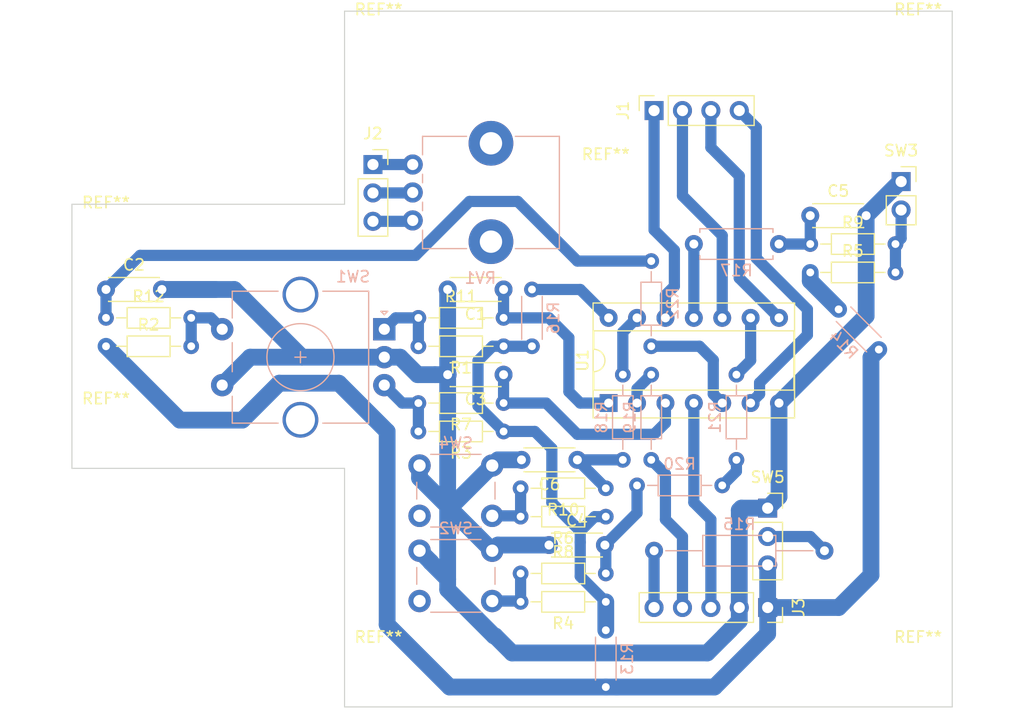
<source format=kicad_pcb>
(kicad_pcb (version 20171130) (host pcbnew "(5.0.2)-1")

  (general
    (thickness 1.6)
    (drawings 17)
    (tracks 172)
    (zones 0)
    (modules 45)
    (nets 32)
  )

  (page A4)
  (layers
    (0 F.Cu signal)
    (31 B.Cu signal)
    (32 B.Adhes user)
    (33 F.Adhes user)
    (34 B.Paste user)
    (35 F.Paste user)
    (36 B.SilkS user)
    (37 F.SilkS user)
    (38 B.Mask user)
    (39 F.Mask user)
    (40 Dwgs.User user)
    (41 Cmts.User user)
    (42 Eco1.User user)
    (43 Eco2.User user)
    (44 Edge.Cuts user)
    (45 Margin user)
    (46 B.CrtYd user)
    (47 F.CrtYd user)
    (48 B.Fab user)
    (49 F.Fab user)
  )

  (setup
    (last_trace_width 1)
    (trace_clearance 0.25)
    (zone_clearance 0.508)
    (zone_45_only no)
    (trace_min 0.2)
    (segment_width 0.2)
    (edge_width 0.1)
    (via_size 0.8)
    (via_drill 0.4)
    (via_min_size 0.4)
    (via_min_drill 0.3)
    (uvia_size 0.3)
    (uvia_drill 0.1)
    (uvias_allowed no)
    (uvia_min_size 0.2)
    (uvia_min_drill 0.1)
    (pcb_text_width 0.3)
    (pcb_text_size 1.5 1.5)
    (mod_edge_width 0.15)
    (mod_text_size 1 1)
    (mod_text_width 0.15)
    (pad_size 1.5 1.5)
    (pad_drill 0.6)
    (pad_to_mask_clearance 0)
    (solder_mask_min_width 0.25)
    (aux_axis_origin 0 0)
    (visible_elements 7FFFFFFF)
    (pcbplotparams
      (layerselection 0x010fc_ffffffff)
      (usegerberextensions false)
      (usegerberattributes false)
      (usegerberadvancedattributes false)
      (creategerberjobfile false)
      (excludeedgelayer true)
      (linewidth 0.100000)
      (plotframeref false)
      (viasonmask false)
      (mode 1)
      (useauxorigin false)
      (hpglpennumber 1)
      (hpglpenspeed 20)
      (hpglpendiameter 15.000000)
      (psnegative false)
      (psa4output false)
      (plotreference true)
      (plotvalue true)
      (plotinvisibletext false)
      (padsonsilk false)
      (subtractmaskfromsilk false)
      (outputformat 1)
      (mirror false)
      (drillshape 1)
      (scaleselection 1)
      (outputdirectory ""))
  )

  (net 0 "")
  (net 1 "Net-(C1-Pad1)")
  (net 2 GND)
  (net 3 "Net-(C2-Pad1)")
  (net 4 "Net-(C3-Pad1)")
  (net 5 "Net-(C5-Pad1)")
  (net 6 "Net-(C6-Pad1)")
  (net 7 BUTTON0)
  (net 8 BUTTON1)
  (net 9 BUTTON2)
  (net 10 ENC_BUTTON)
  (net 11 SWITCH0)
  (net 12 ENC_B)
  (net 13 ENC_A)
  (net 14 +5V)
  (net 15 "Net-(R10-Pad2)")
  (net 16 "Net-(J2-Pad1)")
  (net 17 "Net-(J2-Pad2)")
  (net 18 "Net-(R1-Pad2)")
  (net 19 "Net-(R12-Pad2)")
  (net 20 "Net-(R3-Pad2)")
  (net 21 "Net-(R4-Pad2)")
  (net 22 "Net-(R5-Pad2)")
  (net 23 "Net-(J2-Pad3)")
  (net 24 "Net-(C4-Pad2)")
  (net 25 "Net-(R15-Pad1)")
  (net 26 "Net-(R17-Pad1)")
  (net 27 "Net-(R18-Pad1)")
  (net 28 "Net-(R19-Pad1)")
  (net 29 "Net-(R20-Pad1)")
  (net 30 "Net-(R21-Pad1)")
  (net 31 "Net-(R22-Pad1)")

  (net_class Default "Это класс цепей по умолчанию."
    (clearance 0.25)
    (trace_width 1)
    (via_dia 0.8)
    (via_drill 0.4)
    (uvia_dia 0.3)
    (uvia_drill 0.1)
    (add_net BUTTON0)
    (add_net BUTTON1)
    (add_net BUTTON2)
    (add_net ENC_A)
    (add_net ENC_B)
    (add_net ENC_BUTTON)
    (add_net "Net-(C1-Pad1)")
    (add_net "Net-(C2-Pad1)")
    (add_net "Net-(C3-Pad1)")
    (add_net "Net-(C4-Pad2)")
    (add_net "Net-(C5-Pad1)")
    (add_net "Net-(C6-Pad1)")
    (add_net "Net-(J2-Pad1)")
    (add_net "Net-(J2-Pad2)")
    (add_net "Net-(J2-Pad3)")
    (add_net "Net-(R1-Pad2)")
    (add_net "Net-(R10-Pad2)")
    (add_net "Net-(R12-Pad2)")
    (add_net "Net-(R15-Pad1)")
    (add_net "Net-(R17-Pad1)")
    (add_net "Net-(R18-Pad1)")
    (add_net "Net-(R19-Pad1)")
    (add_net "Net-(R20-Pad1)")
    (add_net "Net-(R21-Pad1)")
    (add_net "Net-(R22-Pad1)")
    (add_net "Net-(R3-Pad2)")
    (add_net "Net-(R4-Pad2)")
    (add_net "Net-(R5-Pad2)")
    (add_net SWITCH0)
  )

  (net_class PWR ""
    (clearance 0.25)
    (trace_width 1.5)
    (via_dia 0.8)
    (via_drill 0.4)
    (uvia_dia 0.3)
    (uvia_drill 0.1)
    (add_net +5V)
    (add_net GND)
  )

  (module MountingHole:MountingHole_2.2mm_M2 (layer F.Cu) (tedit 56D1B4CB) (tstamp 5DD12484)
    (at 18.542 37.338)
    (descr "Mounting Hole 2.2mm, no annular, M2")
    (tags "mounting hole 2.2mm no annular m2")
    (attr virtual)
    (fp_text reference REF** (at 0 -3.2) (layer F.SilkS)
      (effects (font (size 1 1) (thickness 0.15)))
    )
    (fp_text value MountingHole_2.2mm_M2 (at 0 3.2) (layer F.Fab)
      (effects (font (size 1 1) (thickness 0.15)))
    )
    (fp_text user %R (at 0.3 0) (layer F.Fab)
      (effects (font (size 1 1) (thickness 0.15)))
    )
    (fp_circle (center 0 0) (end 2.2 0) (layer Cmts.User) (width 0.15))
    (fp_circle (center 0 0) (end 2.45 0) (layer F.CrtYd) (width 0.05))
    (pad 1 np_thru_hole circle (at 0 0) (size 2.2 2.2) (drill 2.2) (layers *.Cu *.Mask))
  )

  (module MountingHole:MountingHole_2.2mm_M2 (layer F.Cu) (tedit 56D1B4CB) (tstamp 5DD1243B)
    (at 63.246 33.02)
    (descr "Mounting Hole 2.2mm, no annular, M2")
    (tags "mounting hole 2.2mm no annular m2")
    (attr virtual)
    (fp_text reference REF** (at 0 -3.2) (layer F.SilkS)
      (effects (font (size 1 1) (thickness 0.15)))
    )
    (fp_text value MountingHole_2.2mm_M2 (at 0 3.2) (layer F.Fab)
      (effects (font (size 1 1) (thickness 0.15)))
    )
    (fp_text user %R (at 0.3 0) (layer F.Fab)
      (effects (font (size 1 1) (thickness 0.15)))
    )
    (fp_circle (center 0 0) (end 2.2 0) (layer Cmts.User) (width 0.15))
    (fp_circle (center 0 0) (end 2.45 0) (layer F.CrtYd) (width 0.05))
    (pad 1 np_thru_hole circle (at 0 0) (size 2.2 2.2) (drill 2.2) (layers *.Cu *.Mask))
  )

  (module MountingHole:MountingHole_2.2mm_M2 (layer F.Cu) (tedit 56D1B4CB) (tstamp 5DD1242D)
    (at 18.542 54.864)
    (descr "Mounting Hole 2.2mm, no annular, M2")
    (tags "mounting hole 2.2mm no annular m2")
    (attr virtual)
    (fp_text reference REF** (at 0 -3.2) (layer F.SilkS)
      (effects (font (size 1 1) (thickness 0.15)))
    )
    (fp_text value MountingHole_2.2mm_M2 (at 0 3.2) (layer F.Fab)
      (effects (font (size 1 1) (thickness 0.15)))
    )
    (fp_circle (center 0 0) (end 2.45 0) (layer F.CrtYd) (width 0.05))
    (fp_circle (center 0 0) (end 2.2 0) (layer Cmts.User) (width 0.15))
    (fp_text user %R (at 0.3 0) (layer F.Fab)
      (effects (font (size 1 1) (thickness 0.15)))
    )
    (pad 1 np_thru_hole circle (at 0 0) (size 2.2 2.2) (drill 2.2) (layers *.Cu *.Mask))
  )

  (module MountingHole:MountingHole_2.2mm_M2 (layer F.Cu) (tedit 56D1B4CB) (tstamp 5DD1241F)
    (at 42.926 76.2)
    (descr "Mounting Hole 2.2mm, no annular, M2")
    (tags "mounting hole 2.2mm no annular m2")
    (attr virtual)
    (fp_text reference REF** (at 0 -3.2) (layer F.SilkS)
      (effects (font (size 1 1) (thickness 0.15)))
    )
    (fp_text value MountingHole_2.2mm_M2 (at 0 3.2) (layer F.Fab)
      (effects (font (size 1 1) (thickness 0.15)))
    )
    (fp_text user %R (at 0.3 0) (layer F.Fab)
      (effects (font (size 1 1) (thickness 0.15)))
    )
    (fp_circle (center 0 0) (end 2.2 0) (layer Cmts.User) (width 0.15))
    (fp_circle (center 0 0) (end 2.45 0) (layer F.CrtYd) (width 0.05))
    (pad 1 np_thru_hole circle (at 0 0) (size 2.2 2.2) (drill 2.2) (layers *.Cu *.Mask))
  )

  (module MountingHole:MountingHole_2.2mm_M2 (layer F.Cu) (tedit 56D1B4CB) (tstamp 5DD12411)
    (at 91.186 76.2)
    (descr "Mounting Hole 2.2mm, no annular, M2")
    (tags "mounting hole 2.2mm no annular m2")
    (attr virtual)
    (fp_text reference REF** (at 0 -3.2) (layer F.SilkS)
      (effects (font (size 1 1) (thickness 0.15)))
    )
    (fp_text value MountingHole_2.2mm_M2 (at 0 3.2) (layer F.Fab)
      (effects (font (size 1 1) (thickness 0.15)))
    )
    (fp_circle (center 0 0) (end 2.45 0) (layer F.CrtYd) (width 0.05))
    (fp_circle (center 0 0) (end 2.2 0) (layer Cmts.User) (width 0.15))
    (fp_text user %R (at 0.3 0) (layer F.Fab)
      (effects (font (size 1 1) (thickness 0.15)))
    )
    (pad 1 np_thru_hole circle (at 0 0) (size 2.2 2.2) (drill 2.2) (layers *.Cu *.Mask))
  )

  (module MountingHole:MountingHole_2.2mm_M2 (layer F.Cu) (tedit 56D1B4CB) (tstamp 5DD12403)
    (at 91.186 20.066)
    (descr "Mounting Hole 2.2mm, no annular, M2")
    (tags "mounting hole 2.2mm no annular m2")
    (attr virtual)
    (fp_text reference REF** (at 0 -3.2) (layer F.SilkS)
      (effects (font (size 1 1) (thickness 0.15)))
    )
    (fp_text value MountingHole_2.2mm_M2 (at 0 3.2) (layer F.Fab)
      (effects (font (size 1 1) (thickness 0.15)))
    )
    (fp_text user %R (at 0.3 0) (layer F.Fab)
      (effects (font (size 1 1) (thickness 0.15)))
    )
    (fp_circle (center 0 0) (end 2.2 0) (layer Cmts.User) (width 0.15))
    (fp_circle (center 0 0) (end 2.45 0) (layer F.CrtYd) (width 0.05))
    (pad 1 np_thru_hole circle (at 0 0) (size 2.2 2.2) (drill 2.2) (layers *.Cu *.Mask))
  )

  (module Capacitor_THT:C_Disc_D4.3mm_W1.9mm_P5.00mm (layer F.Cu) (tedit 5AE50EF0) (tstamp 5DC1C719)
    (at 54.102 41.91 180)
    (descr "C, Disc series, Radial, pin pitch=5.00mm, , diameter*width=4.3*1.9mm^2, Capacitor, http://www.vishay.com/docs/45233/krseries.pdf")
    (tags "C Disc series Radial pin pitch 5.00mm  diameter 4.3mm width 1.9mm Capacitor")
    (path /5C37E724)
    (fp_text reference C1 (at 2.5 -2.2 180) (layer F.SilkS)
      (effects (font (size 1 1) (thickness 0.15)))
    )
    (fp_text value 0.1u (at 2.5 2.2 180) (layer F.Fab)
      (effects (font (size 1 1) (thickness 0.15)))
    )
    (fp_line (start 0.35 -0.95) (end 0.35 0.95) (layer F.Fab) (width 0.1))
    (fp_line (start 0.35 0.95) (end 4.65 0.95) (layer F.Fab) (width 0.1))
    (fp_line (start 4.65 0.95) (end 4.65 -0.95) (layer F.Fab) (width 0.1))
    (fp_line (start 4.65 -0.95) (end 0.35 -0.95) (layer F.Fab) (width 0.1))
    (fp_line (start 0.23 -1.07) (end 4.77 -1.07) (layer F.SilkS) (width 0.12))
    (fp_line (start 0.23 1.07) (end 4.77 1.07) (layer F.SilkS) (width 0.12))
    (fp_line (start 0.23 -1.07) (end 0.23 -1.055) (layer F.SilkS) (width 0.12))
    (fp_line (start 0.23 1.055) (end 0.23 1.07) (layer F.SilkS) (width 0.12))
    (fp_line (start 4.77 -1.07) (end 4.77 -1.055) (layer F.SilkS) (width 0.12))
    (fp_line (start 4.77 1.055) (end 4.77 1.07) (layer F.SilkS) (width 0.12))
    (fp_line (start -1.05 -1.2) (end -1.05 1.2) (layer F.CrtYd) (width 0.05))
    (fp_line (start -1.05 1.2) (end 6.05 1.2) (layer F.CrtYd) (width 0.05))
    (fp_line (start 6.05 1.2) (end 6.05 -1.2) (layer F.CrtYd) (width 0.05))
    (fp_line (start 6.05 -1.2) (end -1.05 -1.2) (layer F.CrtYd) (width 0.05))
    (fp_text user %R (at 2.5 0 180) (layer F.Fab)
      (effects (font (size 0.86 0.86) (thickness 0.129)))
    )
    (pad 1 thru_hole circle (at 0 0 180) (size 1.6 1.6) (drill 0.8) (layers *.Cu *.Mask)
      (net 1 "Net-(C1-Pad1)"))
    (pad 2 thru_hole circle (at 5 0 180) (size 1.6 1.6) (drill 0.8) (layers *.Cu *.Mask)
      (net 2 GND))
    (model ${KISYS3DMOD}/Capacitor_THT.3dshapes/C_Disc_D4.3mm_W1.9mm_P5.00mm.wrl
      (at (xyz 0 0 0))
      (scale (xyz 1 1 1))
      (rotate (xyz 0 0 0))
    )
  )

  (module Capacitor_THT:C_Disc_D4.3mm_W1.9mm_P5.00mm (layer F.Cu) (tedit 5AE50EF0) (tstamp 5DC1C72E)
    (at 18.542 41.91)
    (descr "C, Disc series, Radial, pin pitch=5.00mm, , diameter*width=4.3*1.9mm^2, Capacitor, http://www.vishay.com/docs/45233/krseries.pdf")
    (tags "C Disc series Radial pin pitch 5.00mm  diameter 4.3mm width 1.9mm Capacitor")
    (path /5C37A7D6)
    (fp_text reference C2 (at 2.5 -2.2) (layer F.SilkS)
      (effects (font (size 1 1) (thickness 0.15)))
    )
    (fp_text value 0.1u (at 2.5 2.2) (layer F.Fab)
      (effects (font (size 1 1) (thickness 0.15)))
    )
    (fp_text user %R (at 2.5 0) (layer F.Fab)
      (effects (font (size 0.86 0.86) (thickness 0.129)))
    )
    (fp_line (start 6.05 -1.2) (end -1.05 -1.2) (layer F.CrtYd) (width 0.05))
    (fp_line (start 6.05 1.2) (end 6.05 -1.2) (layer F.CrtYd) (width 0.05))
    (fp_line (start -1.05 1.2) (end 6.05 1.2) (layer F.CrtYd) (width 0.05))
    (fp_line (start -1.05 -1.2) (end -1.05 1.2) (layer F.CrtYd) (width 0.05))
    (fp_line (start 4.77 1.055) (end 4.77 1.07) (layer F.SilkS) (width 0.12))
    (fp_line (start 4.77 -1.07) (end 4.77 -1.055) (layer F.SilkS) (width 0.12))
    (fp_line (start 0.23 1.055) (end 0.23 1.07) (layer F.SilkS) (width 0.12))
    (fp_line (start 0.23 -1.07) (end 0.23 -1.055) (layer F.SilkS) (width 0.12))
    (fp_line (start 0.23 1.07) (end 4.77 1.07) (layer F.SilkS) (width 0.12))
    (fp_line (start 0.23 -1.07) (end 4.77 -1.07) (layer F.SilkS) (width 0.12))
    (fp_line (start 4.65 -0.95) (end 0.35 -0.95) (layer F.Fab) (width 0.1))
    (fp_line (start 4.65 0.95) (end 4.65 -0.95) (layer F.Fab) (width 0.1))
    (fp_line (start 0.35 0.95) (end 4.65 0.95) (layer F.Fab) (width 0.1))
    (fp_line (start 0.35 -0.95) (end 0.35 0.95) (layer F.Fab) (width 0.1))
    (pad 2 thru_hole circle (at 5 0) (size 1.6 1.6) (drill 0.8) (layers *.Cu *.Mask)
      (net 2 GND))
    (pad 1 thru_hole circle (at 0 0) (size 1.6 1.6) (drill 0.8) (layers *.Cu *.Mask)
      (net 3 "Net-(C2-Pad1)"))
    (model ${KISYS3DMOD}/Capacitor_THT.3dshapes/C_Disc_D4.3mm_W1.9mm_P5.00mm.wrl
      (at (xyz 0 0 0))
      (scale (xyz 1 1 1))
      (rotate (xyz 0 0 0))
    )
  )

  (module Capacitor_THT:C_Disc_D4.3mm_W1.9mm_P5.00mm (layer F.Cu) (tedit 5AE50EF0) (tstamp 5DC1C743)
    (at 54.102 49.53 180)
    (descr "C, Disc series, Radial, pin pitch=5.00mm, , diameter*width=4.3*1.9mm^2, Capacitor, http://www.vishay.com/docs/45233/krseries.pdf")
    (tags "C Disc series Radial pin pitch 5.00mm  diameter 4.3mm width 1.9mm Capacitor")
    (path /5C37E7A8)
    (fp_text reference C3 (at 2.5 -2.2 180) (layer F.SilkS)
      (effects (font (size 1 1) (thickness 0.15)))
    )
    (fp_text value 0.1u (at 2.5 2.2 180) (layer F.Fab)
      (effects (font (size 1 1) (thickness 0.15)))
    )
    (fp_line (start 0.35 -0.95) (end 0.35 0.95) (layer F.Fab) (width 0.1))
    (fp_line (start 0.35 0.95) (end 4.65 0.95) (layer F.Fab) (width 0.1))
    (fp_line (start 4.65 0.95) (end 4.65 -0.95) (layer F.Fab) (width 0.1))
    (fp_line (start 4.65 -0.95) (end 0.35 -0.95) (layer F.Fab) (width 0.1))
    (fp_line (start 0.23 -1.07) (end 4.77 -1.07) (layer F.SilkS) (width 0.12))
    (fp_line (start 0.23 1.07) (end 4.77 1.07) (layer F.SilkS) (width 0.12))
    (fp_line (start 0.23 -1.07) (end 0.23 -1.055) (layer F.SilkS) (width 0.12))
    (fp_line (start 0.23 1.055) (end 0.23 1.07) (layer F.SilkS) (width 0.12))
    (fp_line (start 4.77 -1.07) (end 4.77 -1.055) (layer F.SilkS) (width 0.12))
    (fp_line (start 4.77 1.055) (end 4.77 1.07) (layer F.SilkS) (width 0.12))
    (fp_line (start -1.05 -1.2) (end -1.05 1.2) (layer F.CrtYd) (width 0.05))
    (fp_line (start -1.05 1.2) (end 6.05 1.2) (layer F.CrtYd) (width 0.05))
    (fp_line (start 6.05 1.2) (end 6.05 -1.2) (layer F.CrtYd) (width 0.05))
    (fp_line (start 6.05 -1.2) (end -1.05 -1.2) (layer F.CrtYd) (width 0.05))
    (fp_text user %R (at 2.5 0 180) (layer F.Fab)
      (effects (font (size 0.86 0.86) (thickness 0.129)))
    )
    (pad 1 thru_hole circle (at 0 0 180) (size 1.6 1.6) (drill 0.8) (layers *.Cu *.Mask)
      (net 4 "Net-(C3-Pad1)"))
    (pad 2 thru_hole circle (at 5 0 180) (size 1.6 1.6) (drill 0.8) (layers *.Cu *.Mask)
      (net 2 GND))
    (model ${KISYS3DMOD}/Capacitor_THT.3dshapes/C_Disc_D4.3mm_W1.9mm_P5.00mm.wrl
      (at (xyz 0 0 0))
      (scale (xyz 1 1 1))
      (rotate (xyz 0 0 0))
    )
  )

  (module Capacitor_THT:C_Disc_D4.3mm_W1.9mm_P5.00mm (layer F.Cu) (tedit 5AE50EF0) (tstamp 5DC1C758)
    (at 58.166 64.77)
    (descr "C, Disc series, Radial, pin pitch=5.00mm, , diameter*width=4.3*1.9mm^2, Capacitor, http://www.vishay.com/docs/45233/krseries.pdf")
    (tags "C Disc series Radial pin pitch 5.00mm  diameter 4.3mm width 1.9mm Capacitor")
    (path /5C3851A0)
    (fp_text reference C4 (at 2.5 -2.2) (layer F.SilkS)
      (effects (font (size 1 1) (thickness 0.15)))
    )
    (fp_text value 0.1u (at 2.5 2.2) (layer F.Fab)
      (effects (font (size 1 1) (thickness 0.15)))
    )
    (fp_line (start 0.35 -0.95) (end 0.35 0.95) (layer F.Fab) (width 0.1))
    (fp_line (start 0.35 0.95) (end 4.65 0.95) (layer F.Fab) (width 0.1))
    (fp_line (start 4.65 0.95) (end 4.65 -0.95) (layer F.Fab) (width 0.1))
    (fp_line (start 4.65 -0.95) (end 0.35 -0.95) (layer F.Fab) (width 0.1))
    (fp_line (start 0.23 -1.07) (end 4.77 -1.07) (layer F.SilkS) (width 0.12))
    (fp_line (start 0.23 1.07) (end 4.77 1.07) (layer F.SilkS) (width 0.12))
    (fp_line (start 0.23 -1.07) (end 0.23 -1.055) (layer F.SilkS) (width 0.12))
    (fp_line (start 0.23 1.055) (end 0.23 1.07) (layer F.SilkS) (width 0.12))
    (fp_line (start 4.77 -1.07) (end 4.77 -1.055) (layer F.SilkS) (width 0.12))
    (fp_line (start 4.77 1.055) (end 4.77 1.07) (layer F.SilkS) (width 0.12))
    (fp_line (start -1.05 -1.2) (end -1.05 1.2) (layer F.CrtYd) (width 0.05))
    (fp_line (start -1.05 1.2) (end 6.05 1.2) (layer F.CrtYd) (width 0.05))
    (fp_line (start 6.05 1.2) (end 6.05 -1.2) (layer F.CrtYd) (width 0.05))
    (fp_line (start 6.05 -1.2) (end -1.05 -1.2) (layer F.CrtYd) (width 0.05))
    (fp_text user %R (at 2.5 0) (layer F.Fab)
      (effects (font (size 0.86 0.86) (thickness 0.129)))
    )
    (pad 1 thru_hole circle (at 0 0) (size 1.6 1.6) (drill 0.8) (layers *.Cu *.Mask)
      (net 2 GND))
    (pad 2 thru_hole circle (at 5 0) (size 1.6 1.6) (drill 0.8) (layers *.Cu *.Mask)
      (net 24 "Net-(C4-Pad2)"))
    (model ${KISYS3DMOD}/Capacitor_THT.3dshapes/C_Disc_D4.3mm_W1.9mm_P5.00mm.wrl
      (at (xyz 0 0 0))
      (scale (xyz 1 1 1))
      (rotate (xyz 0 0 0))
    )
  )

  (module Capacitor_THT:C_Disc_D4.3mm_W1.9mm_P5.00mm (layer F.Cu) (tedit 5AE50EF0) (tstamp 5DC1C76D)
    (at 81.534 35.306)
    (descr "C, Disc series, Radial, pin pitch=5.00mm, , diameter*width=4.3*1.9mm^2, Capacitor, http://www.vishay.com/docs/45233/krseries.pdf")
    (tags "C Disc series Radial pin pitch 5.00mm  diameter 4.3mm width 1.9mm Capacitor")
    (path /5C385226)
    (fp_text reference C5 (at 2.5 -2.2) (layer F.SilkS)
      (effects (font (size 1 1) (thickness 0.15)))
    )
    (fp_text value 0.1u (at 2.5 2.2) (layer F.Fab)
      (effects (font (size 1 1) (thickness 0.15)))
    )
    (fp_text user %R (at 2.5 0) (layer F.Fab)
      (effects (font (size 0.86 0.86) (thickness 0.129)))
    )
    (fp_line (start 6.05 -1.2) (end -1.05 -1.2) (layer F.CrtYd) (width 0.05))
    (fp_line (start 6.05 1.2) (end 6.05 -1.2) (layer F.CrtYd) (width 0.05))
    (fp_line (start -1.05 1.2) (end 6.05 1.2) (layer F.CrtYd) (width 0.05))
    (fp_line (start -1.05 -1.2) (end -1.05 1.2) (layer F.CrtYd) (width 0.05))
    (fp_line (start 4.77 1.055) (end 4.77 1.07) (layer F.SilkS) (width 0.12))
    (fp_line (start 4.77 -1.07) (end 4.77 -1.055) (layer F.SilkS) (width 0.12))
    (fp_line (start 0.23 1.055) (end 0.23 1.07) (layer F.SilkS) (width 0.12))
    (fp_line (start 0.23 -1.07) (end 0.23 -1.055) (layer F.SilkS) (width 0.12))
    (fp_line (start 0.23 1.07) (end 4.77 1.07) (layer F.SilkS) (width 0.12))
    (fp_line (start 0.23 -1.07) (end 4.77 -1.07) (layer F.SilkS) (width 0.12))
    (fp_line (start 4.65 -0.95) (end 0.35 -0.95) (layer F.Fab) (width 0.1))
    (fp_line (start 4.65 0.95) (end 4.65 -0.95) (layer F.Fab) (width 0.1))
    (fp_line (start 0.35 0.95) (end 4.65 0.95) (layer F.Fab) (width 0.1))
    (fp_line (start 0.35 -0.95) (end 0.35 0.95) (layer F.Fab) (width 0.1))
    (pad 2 thru_hole circle (at 5 0) (size 1.6 1.6) (drill 0.8) (layers *.Cu *.Mask)
      (net 2 GND))
    (pad 1 thru_hole circle (at 0 0) (size 1.6 1.6) (drill 0.8) (layers *.Cu *.Mask)
      (net 5 "Net-(C5-Pad1)"))
    (model ${KISYS3DMOD}/Capacitor_THT.3dshapes/C_Disc_D4.3mm_W1.9mm_P5.00mm.wrl
      (at (xyz 0 0 0))
      (scale (xyz 1 1 1))
      (rotate (xyz 0 0 0))
    )
  )

  (module Capacitor_THT:C_Disc_D4.3mm_W1.9mm_P5.00mm (layer F.Cu) (tedit 5AE50EF0) (tstamp 5DC1C782)
    (at 60.706 57.15 180)
    (descr "C, Disc series, Radial, pin pitch=5.00mm, , diameter*width=4.3*1.9mm^2, Capacitor, http://www.vishay.com/docs/45233/krseries.pdf")
    (tags "C Disc series Radial pin pitch 5.00mm  diameter 4.3mm width 1.9mm Capacitor")
    (path /5C523708)
    (fp_text reference C6 (at 2.5 -2.2 180) (layer F.SilkS)
      (effects (font (size 1 1) (thickness 0.15)))
    )
    (fp_text value 0.1u (at 2.5 2.2 180) (layer F.Fab)
      (effects (font (size 1 1) (thickness 0.15)))
    )
    (fp_line (start 0.35 -0.95) (end 0.35 0.95) (layer F.Fab) (width 0.1))
    (fp_line (start 0.35 0.95) (end 4.65 0.95) (layer F.Fab) (width 0.1))
    (fp_line (start 4.65 0.95) (end 4.65 -0.95) (layer F.Fab) (width 0.1))
    (fp_line (start 4.65 -0.95) (end 0.35 -0.95) (layer F.Fab) (width 0.1))
    (fp_line (start 0.23 -1.07) (end 4.77 -1.07) (layer F.SilkS) (width 0.12))
    (fp_line (start 0.23 1.07) (end 4.77 1.07) (layer F.SilkS) (width 0.12))
    (fp_line (start 0.23 -1.07) (end 0.23 -1.055) (layer F.SilkS) (width 0.12))
    (fp_line (start 0.23 1.055) (end 0.23 1.07) (layer F.SilkS) (width 0.12))
    (fp_line (start 4.77 -1.07) (end 4.77 -1.055) (layer F.SilkS) (width 0.12))
    (fp_line (start 4.77 1.055) (end 4.77 1.07) (layer F.SilkS) (width 0.12))
    (fp_line (start -1.05 -1.2) (end -1.05 1.2) (layer F.CrtYd) (width 0.05))
    (fp_line (start -1.05 1.2) (end 6.05 1.2) (layer F.CrtYd) (width 0.05))
    (fp_line (start 6.05 1.2) (end 6.05 -1.2) (layer F.CrtYd) (width 0.05))
    (fp_line (start 6.05 -1.2) (end -1.05 -1.2) (layer F.CrtYd) (width 0.05))
    (fp_text user %R (at 2.5 0 180) (layer F.Fab)
      (effects (font (size 0.86 0.86) (thickness 0.129)))
    )
    (pad 1 thru_hole circle (at 0 0 180) (size 1.6 1.6) (drill 0.8) (layers *.Cu *.Mask)
      (net 6 "Net-(C6-Pad1)"))
    (pad 2 thru_hole circle (at 5 0 180) (size 1.6 1.6) (drill 0.8) (layers *.Cu *.Mask)
      (net 2 GND))
    (model ${KISYS3DMOD}/Capacitor_THT.3dshapes/C_Disc_D4.3mm_W1.9mm_P5.00mm.wrl
      (at (xyz 0 0 0))
      (scale (xyz 1 1 1))
      (rotate (xyz 0 0 0))
    )
  )

  (module Connector_PinSocket_2.54mm:PinSocket_1x05_P2.54mm_Vertical (layer F.Cu) (tedit 5A19A420) (tstamp 5DC1EBA1)
    (at 77.724 70.358 270)
    (descr "Through hole straight socket strip, 1x05, 2.54mm pitch, single row (from Kicad 4.0.7), script generated")
    (tags "Through hole socket strip THT 1x05 2.54mm single row")
    (path /5DC3018B)
    (fp_text reference J3 (at 0 -2.77 270) (layer F.SilkS)
      (effects (font (size 1 1) (thickness 0.15)))
    )
    (fp_text value Conn_01x05_Female (at 0 12.93 270) (layer F.Fab)
      (effects (font (size 1 1) (thickness 0.15)))
    )
    (fp_text user %R (at 0 5.08) (layer F.Fab)
      (effects (font (size 1 1) (thickness 0.15)))
    )
    (fp_line (start -1.8 11.9) (end -1.8 -1.8) (layer F.CrtYd) (width 0.05))
    (fp_line (start 1.75 11.9) (end -1.8 11.9) (layer F.CrtYd) (width 0.05))
    (fp_line (start 1.75 -1.8) (end 1.75 11.9) (layer F.CrtYd) (width 0.05))
    (fp_line (start -1.8 -1.8) (end 1.75 -1.8) (layer F.CrtYd) (width 0.05))
    (fp_line (start 0 -1.33) (end 1.33 -1.33) (layer F.SilkS) (width 0.12))
    (fp_line (start 1.33 -1.33) (end 1.33 0) (layer F.SilkS) (width 0.12))
    (fp_line (start 1.33 1.27) (end 1.33 11.49) (layer F.SilkS) (width 0.12))
    (fp_line (start -1.33 11.49) (end 1.33 11.49) (layer F.SilkS) (width 0.12))
    (fp_line (start -1.33 1.27) (end -1.33 11.49) (layer F.SilkS) (width 0.12))
    (fp_line (start -1.33 1.27) (end 1.33 1.27) (layer F.SilkS) (width 0.12))
    (fp_line (start -1.27 11.43) (end -1.27 -1.27) (layer F.Fab) (width 0.1))
    (fp_line (start 1.27 11.43) (end -1.27 11.43) (layer F.Fab) (width 0.1))
    (fp_line (start 1.27 -0.635) (end 1.27 11.43) (layer F.Fab) (width 0.1))
    (fp_line (start 0.635 -1.27) (end 1.27 -0.635) (layer F.Fab) (width 0.1))
    (fp_line (start -1.27 -1.27) (end 0.635 -1.27) (layer F.Fab) (width 0.1))
    (pad 5 thru_hole oval (at 0 10.16 270) (size 1.7 1.7) (drill 1) (layers *.Cu *.Mask)
      (net 11 SWITCH0))
    (pad 4 thru_hole oval (at 0 7.62 270) (size 1.7 1.7) (drill 1) (layers *.Cu *.Mask)
      (net 13 ENC_A))
    (pad 3 thru_hole oval (at 0 5.08 270) (size 1.7 1.7) (drill 1) (layers *.Cu *.Mask)
      (net 12 ENC_B))
    (pad 2 thru_hole oval (at 0 2.54 270) (size 1.7 1.7) (drill 1) (layers *.Cu *.Mask)
      (net 2 GND))
    (pad 1 thru_hole rect (at 0 0 270) (size 1.7 1.7) (drill 1) (layers *.Cu *.Mask)
      (net 14 +5V))
    (model ${KISYS3DMOD}/Connector_PinSocket_2.54mm.3dshapes/PinSocket_1x05_P2.54mm_Vertical.wrl
      (at (xyz 0 0 0))
      (scale (xyz 1 1 1))
      (rotate (xyz 0 0 0))
    )
  )

  (module Resistor_THT:R_Axial_DIN0204_L3.6mm_D1.6mm_P7.62mm_Horizontal (layer F.Cu) (tedit 5AE5139B) (tstamp 5DC1C828)
    (at 54.102 46.99 180)
    (descr "Resistor, Axial_DIN0204 series, Axial, Horizontal, pin pitch=7.62mm, 0.167W, length*diameter=3.6*1.6mm^2, http://cdn-reichelt.de/documents/datenblatt/B400/1_4W%23YAG.pdf")
    (tags "Resistor Axial_DIN0204 series Axial Horizontal pin pitch 7.62mm 0.167W length 3.6mm diameter 1.6mm")
    (path /5C37E4D0)
    (fp_text reference R1 (at 3.81 -1.92 180) (layer F.SilkS)
      (effects (font (size 1 1) (thickness 0.15)))
    )
    (fp_text value 10k (at 3.81 1.92 180) (layer F.Fab)
      (effects (font (size 1 1) (thickness 0.15)))
    )
    (fp_text user %R (at 3.81 0 180) (layer F.Fab)
      (effects (font (size 0.72 0.72) (thickness 0.108)))
    )
    (fp_line (start 8.57 -1.05) (end -0.95 -1.05) (layer F.CrtYd) (width 0.05))
    (fp_line (start 8.57 1.05) (end 8.57 -1.05) (layer F.CrtYd) (width 0.05))
    (fp_line (start -0.95 1.05) (end 8.57 1.05) (layer F.CrtYd) (width 0.05))
    (fp_line (start -0.95 -1.05) (end -0.95 1.05) (layer F.CrtYd) (width 0.05))
    (fp_line (start 6.68 0) (end 5.73 0) (layer F.SilkS) (width 0.12))
    (fp_line (start 0.94 0) (end 1.89 0) (layer F.SilkS) (width 0.12))
    (fp_line (start 5.73 -0.92) (end 1.89 -0.92) (layer F.SilkS) (width 0.12))
    (fp_line (start 5.73 0.92) (end 5.73 -0.92) (layer F.SilkS) (width 0.12))
    (fp_line (start 1.89 0.92) (end 5.73 0.92) (layer F.SilkS) (width 0.12))
    (fp_line (start 1.89 -0.92) (end 1.89 0.92) (layer F.SilkS) (width 0.12))
    (fp_line (start 7.62 0) (end 5.61 0) (layer F.Fab) (width 0.1))
    (fp_line (start 0 0) (end 2.01 0) (layer F.Fab) (width 0.1))
    (fp_line (start 5.61 -0.8) (end 2.01 -0.8) (layer F.Fab) (width 0.1))
    (fp_line (start 5.61 0.8) (end 5.61 -0.8) (layer F.Fab) (width 0.1))
    (fp_line (start 2.01 0.8) (end 5.61 0.8) (layer F.Fab) (width 0.1))
    (fp_line (start 2.01 -0.8) (end 2.01 0.8) (layer F.Fab) (width 0.1))
    (pad 2 thru_hole oval (at 7.62 0 180) (size 1.4 1.4) (drill 0.7) (layers *.Cu *.Mask)
      (net 18 "Net-(R1-Pad2)"))
    (pad 1 thru_hole circle (at 0 0 180) (size 1.4 1.4) (drill 0.7) (layers *.Cu *.Mask)
      (net 14 +5V))
    (model ${KISYS3DMOD}/Resistor_THT.3dshapes/R_Axial_DIN0204_L3.6mm_D1.6mm_P7.62mm_Horizontal.wrl
      (at (xyz 0 0 0))
      (scale (xyz 1 1 1))
      (rotate (xyz 0 0 0))
    )
  )

  (module Resistor_THT:R_Axial_DIN0204_L3.6mm_D1.6mm_P7.62mm_Horizontal (layer F.Cu) (tedit 5AE5139B) (tstamp 5DC1C83F)
    (at 18.542 46.99)
    (descr "Resistor, Axial_DIN0204 series, Axial, Horizontal, pin pitch=7.62mm, 0.167W, length*diameter=3.6*1.6mm^2, http://cdn-reichelt.de/documents/datenblatt/B400/1_4W%23YAG.pdf")
    (tags "Resistor Axial_DIN0204 series Axial Horizontal pin pitch 7.62mm 0.167W length 3.6mm diameter 1.6mm")
    (path /5C37BBBD)
    (fp_text reference R2 (at 3.81 -1.92) (layer F.SilkS)
      (effects (font (size 1 1) (thickness 0.15)))
    )
    (fp_text value 10k (at 3.81 1.92) (layer F.Fab)
      (effects (font (size 1 1) (thickness 0.15)))
    )
    (fp_line (start 2.01 -0.8) (end 2.01 0.8) (layer F.Fab) (width 0.1))
    (fp_line (start 2.01 0.8) (end 5.61 0.8) (layer F.Fab) (width 0.1))
    (fp_line (start 5.61 0.8) (end 5.61 -0.8) (layer F.Fab) (width 0.1))
    (fp_line (start 5.61 -0.8) (end 2.01 -0.8) (layer F.Fab) (width 0.1))
    (fp_line (start 0 0) (end 2.01 0) (layer F.Fab) (width 0.1))
    (fp_line (start 7.62 0) (end 5.61 0) (layer F.Fab) (width 0.1))
    (fp_line (start 1.89 -0.92) (end 1.89 0.92) (layer F.SilkS) (width 0.12))
    (fp_line (start 1.89 0.92) (end 5.73 0.92) (layer F.SilkS) (width 0.12))
    (fp_line (start 5.73 0.92) (end 5.73 -0.92) (layer F.SilkS) (width 0.12))
    (fp_line (start 5.73 -0.92) (end 1.89 -0.92) (layer F.SilkS) (width 0.12))
    (fp_line (start 0.94 0) (end 1.89 0) (layer F.SilkS) (width 0.12))
    (fp_line (start 6.68 0) (end 5.73 0) (layer F.SilkS) (width 0.12))
    (fp_line (start -0.95 -1.05) (end -0.95 1.05) (layer F.CrtYd) (width 0.05))
    (fp_line (start -0.95 1.05) (end 8.57 1.05) (layer F.CrtYd) (width 0.05))
    (fp_line (start 8.57 1.05) (end 8.57 -1.05) (layer F.CrtYd) (width 0.05))
    (fp_line (start 8.57 -1.05) (end -0.95 -1.05) (layer F.CrtYd) (width 0.05))
    (fp_text user %R (at 3.81 0) (layer F.Fab)
      (effects (font (size 0.72 0.72) (thickness 0.108)))
    )
    (pad 1 thru_hole circle (at 0 0) (size 1.4 1.4) (drill 0.7) (layers *.Cu *.Mask)
      (net 14 +5V))
    (pad 2 thru_hole oval (at 7.62 0) (size 1.4 1.4) (drill 0.7) (layers *.Cu *.Mask)
      (net 19 "Net-(R12-Pad2)"))
    (model ${KISYS3DMOD}/Resistor_THT.3dshapes/R_Axial_DIN0204_L3.6mm_D1.6mm_P7.62mm_Horizontal.wrl
      (at (xyz 0 0 0))
      (scale (xyz 1 1 1))
      (rotate (xyz 0 0 0))
    )
  )

  (module Resistor_THT:R_Axial_DIN0204_L3.6mm_D1.6mm_P7.62mm_Horizontal (layer F.Cu) (tedit 5AE5139B) (tstamp 5DC1C856)
    (at 54.102 54.61 180)
    (descr "Resistor, Axial_DIN0204 series, Axial, Horizontal, pin pitch=7.62mm, 0.167W, length*diameter=3.6*1.6mm^2, http://cdn-reichelt.de/documents/datenblatt/B400/1_4W%23YAG.pdf")
    (tags "Resistor Axial_DIN0204 series Axial Horizontal pin pitch 7.62mm 0.167W length 3.6mm diameter 1.6mm")
    (path /5C37E464)
    (fp_text reference R3 (at 3.81 -1.92 180) (layer F.SilkS)
      (effects (font (size 1 1) (thickness 0.15)))
    )
    (fp_text value 10k (at 3.81 1.92 180) (layer F.Fab)
      (effects (font (size 1 1) (thickness 0.15)))
    )
    (fp_line (start 2.01 -0.8) (end 2.01 0.8) (layer F.Fab) (width 0.1))
    (fp_line (start 2.01 0.8) (end 5.61 0.8) (layer F.Fab) (width 0.1))
    (fp_line (start 5.61 0.8) (end 5.61 -0.8) (layer F.Fab) (width 0.1))
    (fp_line (start 5.61 -0.8) (end 2.01 -0.8) (layer F.Fab) (width 0.1))
    (fp_line (start 0 0) (end 2.01 0) (layer F.Fab) (width 0.1))
    (fp_line (start 7.62 0) (end 5.61 0) (layer F.Fab) (width 0.1))
    (fp_line (start 1.89 -0.92) (end 1.89 0.92) (layer F.SilkS) (width 0.12))
    (fp_line (start 1.89 0.92) (end 5.73 0.92) (layer F.SilkS) (width 0.12))
    (fp_line (start 5.73 0.92) (end 5.73 -0.92) (layer F.SilkS) (width 0.12))
    (fp_line (start 5.73 -0.92) (end 1.89 -0.92) (layer F.SilkS) (width 0.12))
    (fp_line (start 0.94 0) (end 1.89 0) (layer F.SilkS) (width 0.12))
    (fp_line (start 6.68 0) (end 5.73 0) (layer F.SilkS) (width 0.12))
    (fp_line (start -0.95 -1.05) (end -0.95 1.05) (layer F.CrtYd) (width 0.05))
    (fp_line (start -0.95 1.05) (end 8.57 1.05) (layer F.CrtYd) (width 0.05))
    (fp_line (start 8.57 1.05) (end 8.57 -1.05) (layer F.CrtYd) (width 0.05))
    (fp_line (start 8.57 -1.05) (end -0.95 -1.05) (layer F.CrtYd) (width 0.05))
    (fp_text user %R (at 3.81 0 180) (layer F.Fab)
      (effects (font (size 0.72 0.72) (thickness 0.108)))
    )
    (pad 1 thru_hole circle (at 0 0 180) (size 1.4 1.4) (drill 0.7) (layers *.Cu *.Mask)
      (net 14 +5V))
    (pad 2 thru_hole oval (at 7.62 0 180) (size 1.4 1.4) (drill 0.7) (layers *.Cu *.Mask)
      (net 20 "Net-(R3-Pad2)"))
    (model ${KISYS3DMOD}/Resistor_THT.3dshapes/R_Axial_DIN0204_L3.6mm_D1.6mm_P7.62mm_Horizontal.wrl
      (at (xyz 0 0 0))
      (scale (xyz 1 1 1))
      (rotate (xyz 0 0 0))
    )
  )

  (module Resistor_THT:R_Axial_DIN0204_L3.6mm_D1.6mm_P7.62mm_Horizontal (layer F.Cu) (tedit 5AE5139B) (tstamp 5DC1C86D)
    (at 63.246 69.85 180)
    (descr "Resistor, Axial_DIN0204 series, Axial, Horizontal, pin pitch=7.62mm, 0.167W, length*diameter=3.6*1.6mm^2, http://cdn-reichelt.de/documents/datenblatt/B400/1_4W%23YAG.pdf")
    (tags "Resistor Axial_DIN0204 series Axial Horizontal pin pitch 7.62mm 0.167W length 3.6mm diameter 1.6mm")
    (path /5C3858E9)
    (fp_text reference R4 (at 3.81 -1.92 180) (layer F.SilkS)
      (effects (font (size 1 1) (thickness 0.15)))
    )
    (fp_text value 10k (at 3.81 1.92 180) (layer F.Fab)
      (effects (font (size 1 1) (thickness 0.15)))
    )
    (fp_text user %R (at 3.81 0 180) (layer F.Fab)
      (effects (font (size 0.72 0.72) (thickness 0.108)))
    )
    (fp_line (start 8.57 -1.05) (end -0.95 -1.05) (layer F.CrtYd) (width 0.05))
    (fp_line (start 8.57 1.05) (end 8.57 -1.05) (layer F.CrtYd) (width 0.05))
    (fp_line (start -0.95 1.05) (end 8.57 1.05) (layer F.CrtYd) (width 0.05))
    (fp_line (start -0.95 -1.05) (end -0.95 1.05) (layer F.CrtYd) (width 0.05))
    (fp_line (start 6.68 0) (end 5.73 0) (layer F.SilkS) (width 0.12))
    (fp_line (start 0.94 0) (end 1.89 0) (layer F.SilkS) (width 0.12))
    (fp_line (start 5.73 -0.92) (end 1.89 -0.92) (layer F.SilkS) (width 0.12))
    (fp_line (start 5.73 0.92) (end 5.73 -0.92) (layer F.SilkS) (width 0.12))
    (fp_line (start 1.89 0.92) (end 5.73 0.92) (layer F.SilkS) (width 0.12))
    (fp_line (start 1.89 -0.92) (end 1.89 0.92) (layer F.SilkS) (width 0.12))
    (fp_line (start 7.62 0) (end 5.61 0) (layer F.Fab) (width 0.1))
    (fp_line (start 0 0) (end 2.01 0) (layer F.Fab) (width 0.1))
    (fp_line (start 5.61 -0.8) (end 2.01 -0.8) (layer F.Fab) (width 0.1))
    (fp_line (start 5.61 0.8) (end 5.61 -0.8) (layer F.Fab) (width 0.1))
    (fp_line (start 2.01 0.8) (end 5.61 0.8) (layer F.Fab) (width 0.1))
    (fp_line (start 2.01 -0.8) (end 2.01 0.8) (layer F.Fab) (width 0.1))
    (pad 2 thru_hole oval (at 7.62 0 180) (size 1.4 1.4) (drill 0.7) (layers *.Cu *.Mask)
      (net 21 "Net-(R4-Pad2)"))
    (pad 1 thru_hole circle (at 0 0 180) (size 1.4 1.4) (drill 0.7) (layers *.Cu *.Mask)
      (net 14 +5V))
    (model ${KISYS3DMOD}/Resistor_THT.3dshapes/R_Axial_DIN0204_L3.6mm_D1.6mm_P7.62mm_Horizontal.wrl
      (at (xyz 0 0 0))
      (scale (xyz 1 1 1))
      (rotate (xyz 0 0 0))
    )
  )

  (module Resistor_THT:R_Axial_DIN0204_L3.6mm_D1.6mm_P7.62mm_Horizontal (layer F.Cu) (tedit 5AE5139B) (tstamp 5DC1C884)
    (at 81.534 40.386)
    (descr "Resistor, Axial_DIN0204 series, Axial, Horizontal, pin pitch=7.62mm, 0.167W, length*diameter=3.6*1.6mm^2, http://cdn-reichelt.de/documents/datenblatt/B400/1_4W%23YAG.pdf")
    (tags "Resistor Axial_DIN0204 series Axial Horizontal pin pitch 7.62mm 0.167W length 3.6mm diameter 1.6mm")
    (path /5C3859D5)
    (fp_text reference R5 (at 3.81 -1.92) (layer F.SilkS)
      (effects (font (size 1 1) (thickness 0.15)))
    )
    (fp_text value 10k (at 3.81 1.92) (layer F.Fab)
      (effects (font (size 1 1) (thickness 0.15)))
    )
    (fp_line (start 2.01 -0.8) (end 2.01 0.8) (layer F.Fab) (width 0.1))
    (fp_line (start 2.01 0.8) (end 5.61 0.8) (layer F.Fab) (width 0.1))
    (fp_line (start 5.61 0.8) (end 5.61 -0.8) (layer F.Fab) (width 0.1))
    (fp_line (start 5.61 -0.8) (end 2.01 -0.8) (layer F.Fab) (width 0.1))
    (fp_line (start 0 0) (end 2.01 0) (layer F.Fab) (width 0.1))
    (fp_line (start 7.62 0) (end 5.61 0) (layer F.Fab) (width 0.1))
    (fp_line (start 1.89 -0.92) (end 1.89 0.92) (layer F.SilkS) (width 0.12))
    (fp_line (start 1.89 0.92) (end 5.73 0.92) (layer F.SilkS) (width 0.12))
    (fp_line (start 5.73 0.92) (end 5.73 -0.92) (layer F.SilkS) (width 0.12))
    (fp_line (start 5.73 -0.92) (end 1.89 -0.92) (layer F.SilkS) (width 0.12))
    (fp_line (start 0.94 0) (end 1.89 0) (layer F.SilkS) (width 0.12))
    (fp_line (start 6.68 0) (end 5.73 0) (layer F.SilkS) (width 0.12))
    (fp_line (start -0.95 -1.05) (end -0.95 1.05) (layer F.CrtYd) (width 0.05))
    (fp_line (start -0.95 1.05) (end 8.57 1.05) (layer F.CrtYd) (width 0.05))
    (fp_line (start 8.57 1.05) (end 8.57 -1.05) (layer F.CrtYd) (width 0.05))
    (fp_line (start 8.57 -1.05) (end -0.95 -1.05) (layer F.CrtYd) (width 0.05))
    (fp_text user %R (at 3.81 0) (layer F.Fab)
      (effects (font (size 0.72 0.72) (thickness 0.108)))
    )
    (pad 1 thru_hole circle (at 0 0) (size 1.4 1.4) (drill 0.7) (layers *.Cu *.Mask)
      (net 14 +5V))
    (pad 2 thru_hole oval (at 7.62 0) (size 1.4 1.4) (drill 0.7) (layers *.Cu *.Mask)
      (net 22 "Net-(R5-Pad2)"))
    (model ${KISYS3DMOD}/Resistor_THT.3dshapes/R_Axial_DIN0204_L3.6mm_D1.6mm_P7.62mm_Horizontal.wrl
      (at (xyz 0 0 0))
      (scale (xyz 1 1 1))
      (rotate (xyz 0 0 0))
    )
  )

  (module Resistor_THT:R_Axial_DIN0204_L3.6mm_D1.6mm_P7.62mm_Horizontal (layer F.Cu) (tedit 5AE5139B) (tstamp 5DC1C89B)
    (at 63.246 62.23 180)
    (descr "Resistor, Axial_DIN0204 series, Axial, Horizontal, pin pitch=7.62mm, 0.167W, length*diameter=3.6*1.6mm^2, http://cdn-reichelt.de/documents/datenblatt/B400/1_4W%23YAG.pdf")
    (tags "Resistor Axial_DIN0204 series Axial Horizontal pin pitch 7.62mm 0.167W length 3.6mm diameter 1.6mm")
    (path /5C5238D7)
    (fp_text reference R6 (at 3.81 -1.92 180) (layer F.SilkS)
      (effects (font (size 1 1) (thickness 0.15)))
    )
    (fp_text value 10k (at 3.81 1.92 180) (layer F.Fab)
      (effects (font (size 1 1) (thickness 0.15)))
    )
    (fp_line (start 2.01 -0.8) (end 2.01 0.8) (layer F.Fab) (width 0.1))
    (fp_line (start 2.01 0.8) (end 5.61 0.8) (layer F.Fab) (width 0.1))
    (fp_line (start 5.61 0.8) (end 5.61 -0.8) (layer F.Fab) (width 0.1))
    (fp_line (start 5.61 -0.8) (end 2.01 -0.8) (layer F.Fab) (width 0.1))
    (fp_line (start 0 0) (end 2.01 0) (layer F.Fab) (width 0.1))
    (fp_line (start 7.62 0) (end 5.61 0) (layer F.Fab) (width 0.1))
    (fp_line (start 1.89 -0.92) (end 1.89 0.92) (layer F.SilkS) (width 0.12))
    (fp_line (start 1.89 0.92) (end 5.73 0.92) (layer F.SilkS) (width 0.12))
    (fp_line (start 5.73 0.92) (end 5.73 -0.92) (layer F.SilkS) (width 0.12))
    (fp_line (start 5.73 -0.92) (end 1.89 -0.92) (layer F.SilkS) (width 0.12))
    (fp_line (start 0.94 0) (end 1.89 0) (layer F.SilkS) (width 0.12))
    (fp_line (start 6.68 0) (end 5.73 0) (layer F.SilkS) (width 0.12))
    (fp_line (start -0.95 -1.05) (end -0.95 1.05) (layer F.CrtYd) (width 0.05))
    (fp_line (start -0.95 1.05) (end 8.57 1.05) (layer F.CrtYd) (width 0.05))
    (fp_line (start 8.57 1.05) (end 8.57 -1.05) (layer F.CrtYd) (width 0.05))
    (fp_line (start 8.57 -1.05) (end -0.95 -1.05) (layer F.CrtYd) (width 0.05))
    (fp_text user %R (at 3.81 0 180) (layer F.Fab)
      (effects (font (size 0.72 0.72) (thickness 0.108)))
    )
    (pad 1 thru_hole circle (at 0 0 180) (size 1.4 1.4) (drill 0.7) (layers *.Cu *.Mask)
      (net 14 +5V))
    (pad 2 thru_hole oval (at 7.62 0 180) (size 1.4 1.4) (drill 0.7) (layers *.Cu *.Mask)
      (net 15 "Net-(R10-Pad2)"))
    (model ${KISYS3DMOD}/Resistor_THT.3dshapes/R_Axial_DIN0204_L3.6mm_D1.6mm_P7.62mm_Horizontal.wrl
      (at (xyz 0 0 0))
      (scale (xyz 1 1 1))
      (rotate (xyz 0 0 0))
    )
  )

  (module Resistor_THT:R_Axial_DIN0204_L3.6mm_D1.6mm_P7.62mm_Horizontal (layer F.Cu) (tedit 5AE5139B) (tstamp 5DC1C8B2)
    (at 54.102 52.07 180)
    (descr "Resistor, Axial_DIN0204 series, Axial, Horizontal, pin pitch=7.62mm, 0.167W, length*diameter=3.6*1.6mm^2, http://cdn-reichelt.de/documents/datenblatt/B400/1_4W%23YAG.pdf")
    (tags "Resistor Axial_DIN0204 series Axial Horizontal pin pitch 7.62mm 0.167W length 3.6mm diameter 1.6mm")
    (path /5C37E695)
    (fp_text reference R7 (at 3.81 -1.92 180) (layer F.SilkS)
      (effects (font (size 1 1) (thickness 0.15)))
    )
    (fp_text value 10k (at 3.81 1.92 180) (layer F.Fab)
      (effects (font (size 1 1) (thickness 0.15)))
    )
    (fp_text user %R (at 3.81 0 180) (layer F.Fab)
      (effects (font (size 0.72 0.72) (thickness 0.108)))
    )
    (fp_line (start 8.57 -1.05) (end -0.95 -1.05) (layer F.CrtYd) (width 0.05))
    (fp_line (start 8.57 1.05) (end 8.57 -1.05) (layer F.CrtYd) (width 0.05))
    (fp_line (start -0.95 1.05) (end 8.57 1.05) (layer F.CrtYd) (width 0.05))
    (fp_line (start -0.95 -1.05) (end -0.95 1.05) (layer F.CrtYd) (width 0.05))
    (fp_line (start 6.68 0) (end 5.73 0) (layer F.SilkS) (width 0.12))
    (fp_line (start 0.94 0) (end 1.89 0) (layer F.SilkS) (width 0.12))
    (fp_line (start 5.73 -0.92) (end 1.89 -0.92) (layer F.SilkS) (width 0.12))
    (fp_line (start 5.73 0.92) (end 5.73 -0.92) (layer F.SilkS) (width 0.12))
    (fp_line (start 1.89 0.92) (end 5.73 0.92) (layer F.SilkS) (width 0.12))
    (fp_line (start 1.89 -0.92) (end 1.89 0.92) (layer F.SilkS) (width 0.12))
    (fp_line (start 7.62 0) (end 5.61 0) (layer F.Fab) (width 0.1))
    (fp_line (start 0 0) (end 2.01 0) (layer F.Fab) (width 0.1))
    (fp_line (start 5.61 -0.8) (end 2.01 -0.8) (layer F.Fab) (width 0.1))
    (fp_line (start 5.61 0.8) (end 5.61 -0.8) (layer F.Fab) (width 0.1))
    (fp_line (start 2.01 0.8) (end 5.61 0.8) (layer F.Fab) (width 0.1))
    (fp_line (start 2.01 -0.8) (end 2.01 0.8) (layer F.Fab) (width 0.1))
    (pad 2 thru_hole oval (at 7.62 0 180) (size 1.4 1.4) (drill 0.7) (layers *.Cu *.Mask)
      (net 20 "Net-(R3-Pad2)"))
    (pad 1 thru_hole circle (at 0 0 180) (size 1.4 1.4) (drill 0.7) (layers *.Cu *.Mask)
      (net 4 "Net-(C3-Pad1)"))
    (model ${KISYS3DMOD}/Resistor_THT.3dshapes/R_Axial_DIN0204_L3.6mm_D1.6mm_P7.62mm_Horizontal.wrl
      (at (xyz 0 0 0))
      (scale (xyz 1 1 1))
      (rotate (xyz 0 0 0))
    )
  )

  (module Resistor_THT:R_Axial_DIN0204_L3.6mm_D1.6mm_P7.62mm_Horizontal (layer F.Cu) (tedit 5AE5139B) (tstamp 5DC1C8C9)
    (at 55.626 67.31)
    (descr "Resistor, Axial_DIN0204 series, Axial, Horizontal, pin pitch=7.62mm, 0.167W, length*diameter=3.6*1.6mm^2, http://cdn-reichelt.de/documents/datenblatt/B400/1_4W%23YAG.pdf")
    (tags "Resistor Axial_DIN0204 series Axial Horizontal pin pitch 7.62mm 0.167W length 3.6mm diameter 1.6mm")
    (path /5C38547F)
    (fp_text reference R8 (at 3.81 -1.92) (layer F.SilkS)
      (effects (font (size 1 1) (thickness 0.15)))
    )
    (fp_text value 10k (at 3.81 1.92) (layer F.Fab)
      (effects (font (size 1 1) (thickness 0.15)))
    )
    (fp_line (start 2.01 -0.8) (end 2.01 0.8) (layer F.Fab) (width 0.1))
    (fp_line (start 2.01 0.8) (end 5.61 0.8) (layer F.Fab) (width 0.1))
    (fp_line (start 5.61 0.8) (end 5.61 -0.8) (layer F.Fab) (width 0.1))
    (fp_line (start 5.61 -0.8) (end 2.01 -0.8) (layer F.Fab) (width 0.1))
    (fp_line (start 0 0) (end 2.01 0) (layer F.Fab) (width 0.1))
    (fp_line (start 7.62 0) (end 5.61 0) (layer F.Fab) (width 0.1))
    (fp_line (start 1.89 -0.92) (end 1.89 0.92) (layer F.SilkS) (width 0.12))
    (fp_line (start 1.89 0.92) (end 5.73 0.92) (layer F.SilkS) (width 0.12))
    (fp_line (start 5.73 0.92) (end 5.73 -0.92) (layer F.SilkS) (width 0.12))
    (fp_line (start 5.73 -0.92) (end 1.89 -0.92) (layer F.SilkS) (width 0.12))
    (fp_line (start 0.94 0) (end 1.89 0) (layer F.SilkS) (width 0.12))
    (fp_line (start 6.68 0) (end 5.73 0) (layer F.SilkS) (width 0.12))
    (fp_line (start -0.95 -1.05) (end -0.95 1.05) (layer F.CrtYd) (width 0.05))
    (fp_line (start -0.95 1.05) (end 8.57 1.05) (layer F.CrtYd) (width 0.05))
    (fp_line (start 8.57 1.05) (end 8.57 -1.05) (layer F.CrtYd) (width 0.05))
    (fp_line (start 8.57 -1.05) (end -0.95 -1.05) (layer F.CrtYd) (width 0.05))
    (fp_text user %R (at 3.81 0) (layer F.Fab)
      (effects (font (size 0.72 0.72) (thickness 0.108)))
    )
    (pad 1 thru_hole circle (at 0 0) (size 1.4 1.4) (drill 0.7) (layers *.Cu *.Mask)
      (net 21 "Net-(R4-Pad2)"))
    (pad 2 thru_hole oval (at 7.62 0) (size 1.4 1.4) (drill 0.7) (layers *.Cu *.Mask)
      (net 24 "Net-(C4-Pad2)"))
    (model ${KISYS3DMOD}/Resistor_THT.3dshapes/R_Axial_DIN0204_L3.6mm_D1.6mm_P7.62mm_Horizontal.wrl
      (at (xyz 0 0 0))
      (scale (xyz 1 1 1))
      (rotate (xyz 0 0 0))
    )
  )

  (module Resistor_THT:R_Axial_DIN0204_L3.6mm_D1.6mm_P7.62mm_Horizontal (layer F.Cu) (tedit 5AE5139B) (tstamp 5DC1C8E0)
    (at 81.534 37.846)
    (descr "Resistor, Axial_DIN0204 series, Axial, Horizontal, pin pitch=7.62mm, 0.167W, length*diameter=3.6*1.6mm^2, http://cdn-reichelt.de/documents/datenblatt/B400/1_4W%23YAG.pdf")
    (tags "Resistor Axial_DIN0204 series Axial Horizontal pin pitch 7.62mm 0.167W length 3.6mm diameter 1.6mm")
    (path /5C38554C)
    (fp_text reference R9 (at 3.81 -1.92) (layer F.SilkS)
      (effects (font (size 1 1) (thickness 0.15)))
    )
    (fp_text value 10k (at 3.81 1.92) (layer F.Fab)
      (effects (font (size 1 1) (thickness 0.15)))
    )
    (fp_text user %R (at 3.81 0) (layer F.Fab)
      (effects (font (size 0.72 0.72) (thickness 0.108)))
    )
    (fp_line (start 8.57 -1.05) (end -0.95 -1.05) (layer F.CrtYd) (width 0.05))
    (fp_line (start 8.57 1.05) (end 8.57 -1.05) (layer F.CrtYd) (width 0.05))
    (fp_line (start -0.95 1.05) (end 8.57 1.05) (layer F.CrtYd) (width 0.05))
    (fp_line (start -0.95 -1.05) (end -0.95 1.05) (layer F.CrtYd) (width 0.05))
    (fp_line (start 6.68 0) (end 5.73 0) (layer F.SilkS) (width 0.12))
    (fp_line (start 0.94 0) (end 1.89 0) (layer F.SilkS) (width 0.12))
    (fp_line (start 5.73 -0.92) (end 1.89 -0.92) (layer F.SilkS) (width 0.12))
    (fp_line (start 5.73 0.92) (end 5.73 -0.92) (layer F.SilkS) (width 0.12))
    (fp_line (start 1.89 0.92) (end 5.73 0.92) (layer F.SilkS) (width 0.12))
    (fp_line (start 1.89 -0.92) (end 1.89 0.92) (layer F.SilkS) (width 0.12))
    (fp_line (start 7.62 0) (end 5.61 0) (layer F.Fab) (width 0.1))
    (fp_line (start 0 0) (end 2.01 0) (layer F.Fab) (width 0.1))
    (fp_line (start 5.61 -0.8) (end 2.01 -0.8) (layer F.Fab) (width 0.1))
    (fp_line (start 5.61 0.8) (end 5.61 -0.8) (layer F.Fab) (width 0.1))
    (fp_line (start 2.01 0.8) (end 5.61 0.8) (layer F.Fab) (width 0.1))
    (fp_line (start 2.01 -0.8) (end 2.01 0.8) (layer F.Fab) (width 0.1))
    (pad 2 thru_hole oval (at 7.62 0) (size 1.4 1.4) (drill 0.7) (layers *.Cu *.Mask)
      (net 22 "Net-(R5-Pad2)"))
    (pad 1 thru_hole circle (at 0 0) (size 1.4 1.4) (drill 0.7) (layers *.Cu *.Mask)
      (net 5 "Net-(C5-Pad1)"))
    (model ${KISYS3DMOD}/Resistor_THT.3dshapes/R_Axial_DIN0204_L3.6mm_D1.6mm_P7.62mm_Horizontal.wrl
      (at (xyz 0 0 0))
      (scale (xyz 1 1 1))
      (rotate (xyz 0 0 0))
    )
  )

  (module Resistor_THT:R_Axial_DIN0204_L3.6mm_D1.6mm_P7.62mm_Horizontal (layer F.Cu) (tedit 5AE5139B) (tstamp 5DC1C8F7)
    (at 63.246 59.69 180)
    (descr "Resistor, Axial_DIN0204 series, Axial, Horizontal, pin pitch=7.62mm, 0.167W, length*diameter=3.6*1.6mm^2, http://cdn-reichelt.de/documents/datenblatt/B400/1_4W%23YAG.pdf")
    (tags "Resistor Axial_DIN0204 series Axial Horizontal pin pitch 7.62mm 0.167W length 3.6mm diameter 1.6mm")
    (path /5C523831)
    (fp_text reference R10 (at 3.81 -1.92 180) (layer F.SilkS)
      (effects (font (size 1 1) (thickness 0.15)))
    )
    (fp_text value 10k (at 3.81 1.92 180) (layer F.Fab)
      (effects (font (size 1 1) (thickness 0.15)))
    )
    (fp_text user %R (at 3.81 0 180) (layer F.Fab)
      (effects (font (size 0.72 0.72) (thickness 0.108)))
    )
    (fp_line (start 8.57 -1.05) (end -0.95 -1.05) (layer F.CrtYd) (width 0.05))
    (fp_line (start 8.57 1.05) (end 8.57 -1.05) (layer F.CrtYd) (width 0.05))
    (fp_line (start -0.95 1.05) (end 8.57 1.05) (layer F.CrtYd) (width 0.05))
    (fp_line (start -0.95 -1.05) (end -0.95 1.05) (layer F.CrtYd) (width 0.05))
    (fp_line (start 6.68 0) (end 5.73 0) (layer F.SilkS) (width 0.12))
    (fp_line (start 0.94 0) (end 1.89 0) (layer F.SilkS) (width 0.12))
    (fp_line (start 5.73 -0.92) (end 1.89 -0.92) (layer F.SilkS) (width 0.12))
    (fp_line (start 5.73 0.92) (end 5.73 -0.92) (layer F.SilkS) (width 0.12))
    (fp_line (start 1.89 0.92) (end 5.73 0.92) (layer F.SilkS) (width 0.12))
    (fp_line (start 1.89 -0.92) (end 1.89 0.92) (layer F.SilkS) (width 0.12))
    (fp_line (start 7.62 0) (end 5.61 0) (layer F.Fab) (width 0.1))
    (fp_line (start 0 0) (end 2.01 0) (layer F.Fab) (width 0.1))
    (fp_line (start 5.61 -0.8) (end 2.01 -0.8) (layer F.Fab) (width 0.1))
    (fp_line (start 5.61 0.8) (end 5.61 -0.8) (layer F.Fab) (width 0.1))
    (fp_line (start 2.01 0.8) (end 5.61 0.8) (layer F.Fab) (width 0.1))
    (fp_line (start 2.01 -0.8) (end 2.01 0.8) (layer F.Fab) (width 0.1))
    (pad 2 thru_hole oval (at 7.62 0 180) (size 1.4 1.4) (drill 0.7) (layers *.Cu *.Mask)
      (net 15 "Net-(R10-Pad2)"))
    (pad 1 thru_hole circle (at 0 0 180) (size 1.4 1.4) (drill 0.7) (layers *.Cu *.Mask)
      (net 6 "Net-(C6-Pad1)"))
    (model ${KISYS3DMOD}/Resistor_THT.3dshapes/R_Axial_DIN0204_L3.6mm_D1.6mm_P7.62mm_Horizontal.wrl
      (at (xyz 0 0 0))
      (scale (xyz 1 1 1))
      (rotate (xyz 0 0 0))
    )
  )

  (module Resistor_THT:R_Axial_DIN0204_L3.6mm_D1.6mm_P7.62mm_Horizontal (layer F.Cu) (tedit 5AE5139B) (tstamp 5DC1C90E)
    (at 46.482 44.45)
    (descr "Resistor, Axial_DIN0204 series, Axial, Horizontal, pin pitch=7.62mm, 0.167W, length*diameter=3.6*1.6mm^2, http://cdn-reichelt.de/documents/datenblatt/B400/1_4W%23YAG.pdf")
    (tags "Resistor Axial_DIN0204 series Axial Horizontal pin pitch 7.62mm 0.167W length 3.6mm diameter 1.6mm")
    (path /5C37E56E)
    (fp_text reference R11 (at 3.81 -1.92) (layer F.SilkS)
      (effects (font (size 1 1) (thickness 0.15)))
    )
    (fp_text value 10k (at 3.81 1.92) (layer F.Fab)
      (effects (font (size 1 1) (thickness 0.15)))
    )
    (fp_text user %R (at 3.81 0) (layer F.Fab)
      (effects (font (size 0.72 0.72) (thickness 0.108)))
    )
    (fp_line (start 8.57 -1.05) (end -0.95 -1.05) (layer F.CrtYd) (width 0.05))
    (fp_line (start 8.57 1.05) (end 8.57 -1.05) (layer F.CrtYd) (width 0.05))
    (fp_line (start -0.95 1.05) (end 8.57 1.05) (layer F.CrtYd) (width 0.05))
    (fp_line (start -0.95 -1.05) (end -0.95 1.05) (layer F.CrtYd) (width 0.05))
    (fp_line (start 6.68 0) (end 5.73 0) (layer F.SilkS) (width 0.12))
    (fp_line (start 0.94 0) (end 1.89 0) (layer F.SilkS) (width 0.12))
    (fp_line (start 5.73 -0.92) (end 1.89 -0.92) (layer F.SilkS) (width 0.12))
    (fp_line (start 5.73 0.92) (end 5.73 -0.92) (layer F.SilkS) (width 0.12))
    (fp_line (start 1.89 0.92) (end 5.73 0.92) (layer F.SilkS) (width 0.12))
    (fp_line (start 1.89 -0.92) (end 1.89 0.92) (layer F.SilkS) (width 0.12))
    (fp_line (start 7.62 0) (end 5.61 0) (layer F.Fab) (width 0.1))
    (fp_line (start 0 0) (end 2.01 0) (layer F.Fab) (width 0.1))
    (fp_line (start 5.61 -0.8) (end 2.01 -0.8) (layer F.Fab) (width 0.1))
    (fp_line (start 5.61 0.8) (end 5.61 -0.8) (layer F.Fab) (width 0.1))
    (fp_line (start 2.01 0.8) (end 5.61 0.8) (layer F.Fab) (width 0.1))
    (fp_line (start 2.01 -0.8) (end 2.01 0.8) (layer F.Fab) (width 0.1))
    (pad 2 thru_hole oval (at 7.62 0) (size 1.4 1.4) (drill 0.7) (layers *.Cu *.Mask)
      (net 1 "Net-(C1-Pad1)"))
    (pad 1 thru_hole circle (at 0 0) (size 1.4 1.4) (drill 0.7) (layers *.Cu *.Mask)
      (net 18 "Net-(R1-Pad2)"))
    (model ${KISYS3DMOD}/Resistor_THT.3dshapes/R_Axial_DIN0204_L3.6mm_D1.6mm_P7.62mm_Horizontal.wrl
      (at (xyz 0 0 0))
      (scale (xyz 1 1 1))
      (rotate (xyz 0 0 0))
    )
  )

  (module Resistor_THT:R_Axial_DIN0204_L3.6mm_D1.6mm_P7.62mm_Horizontal (layer F.Cu) (tedit 5AE5139B) (tstamp 5DC1C925)
    (at 18.542 44.45)
    (descr "Resistor, Axial_DIN0204 series, Axial, Horizontal, pin pitch=7.62mm, 0.167W, length*diameter=3.6*1.6mm^2, http://cdn-reichelt.de/documents/datenblatt/B400/1_4W%23YAG.pdf")
    (tags "Resistor Axial_DIN0204 series Axial Horizontal pin pitch 7.62mm 0.167W length 3.6mm diameter 1.6mm")
    (path /5C37ACFD)
    (fp_text reference R12 (at 3.81 -1.92) (layer F.SilkS)
      (effects (font (size 1 1) (thickness 0.15)))
    )
    (fp_text value 10k (at 3.81 1.92) (layer F.Fab)
      (effects (font (size 1 1) (thickness 0.15)))
    )
    (fp_line (start 2.01 -0.8) (end 2.01 0.8) (layer F.Fab) (width 0.1))
    (fp_line (start 2.01 0.8) (end 5.61 0.8) (layer F.Fab) (width 0.1))
    (fp_line (start 5.61 0.8) (end 5.61 -0.8) (layer F.Fab) (width 0.1))
    (fp_line (start 5.61 -0.8) (end 2.01 -0.8) (layer F.Fab) (width 0.1))
    (fp_line (start 0 0) (end 2.01 0) (layer F.Fab) (width 0.1))
    (fp_line (start 7.62 0) (end 5.61 0) (layer F.Fab) (width 0.1))
    (fp_line (start 1.89 -0.92) (end 1.89 0.92) (layer F.SilkS) (width 0.12))
    (fp_line (start 1.89 0.92) (end 5.73 0.92) (layer F.SilkS) (width 0.12))
    (fp_line (start 5.73 0.92) (end 5.73 -0.92) (layer F.SilkS) (width 0.12))
    (fp_line (start 5.73 -0.92) (end 1.89 -0.92) (layer F.SilkS) (width 0.12))
    (fp_line (start 0.94 0) (end 1.89 0) (layer F.SilkS) (width 0.12))
    (fp_line (start 6.68 0) (end 5.73 0) (layer F.SilkS) (width 0.12))
    (fp_line (start -0.95 -1.05) (end -0.95 1.05) (layer F.CrtYd) (width 0.05))
    (fp_line (start -0.95 1.05) (end 8.57 1.05) (layer F.CrtYd) (width 0.05))
    (fp_line (start 8.57 1.05) (end 8.57 -1.05) (layer F.CrtYd) (width 0.05))
    (fp_line (start 8.57 -1.05) (end -0.95 -1.05) (layer F.CrtYd) (width 0.05))
    (fp_text user %R (at 3.81 0) (layer F.Fab)
      (effects (font (size 0.72 0.72) (thickness 0.108)))
    )
    (pad 1 thru_hole circle (at 0 0) (size 1.4 1.4) (drill 0.7) (layers *.Cu *.Mask)
      (net 3 "Net-(C2-Pad1)"))
    (pad 2 thru_hole oval (at 7.62 0) (size 1.4 1.4) (drill 0.7) (layers *.Cu *.Mask)
      (net 19 "Net-(R12-Pad2)"))
    (model ${KISYS3DMOD}/Resistor_THT.3dshapes/R_Axial_DIN0204_L3.6mm_D1.6mm_P7.62mm_Horizontal.wrl
      (at (xyz 0 0 0))
      (scale (xyz 1 1 1))
      (rotate (xyz 0 0 0))
    )
  )

  (module Package_DIP:DIP-14_W7.62mm_Socket (layer F.Cu) (tedit 5A02E8C5) (tstamp 5DC1F14C)
    (at 63.5 52.07 90)
    (descr "14-lead though-hole mounted DIP package, row spacing 7.62 mm (300 mils), Socket")
    (tags "THT DIP DIL PDIP 2.54mm 7.62mm 300mil Socket")
    (path /5C376C3D)
    (fp_text reference U1 (at 3.81 -2.33 90) (layer F.SilkS)
      (effects (font (size 1 1) (thickness 0.15)))
    )
    (fp_text value 74HC14 (at 3.81 17.57 90) (layer F.Fab)
      (effects (font (size 1 1) (thickness 0.15)))
    )
    (fp_arc (start 3.81 -1.33) (end 2.81 -1.33) (angle -180) (layer F.SilkS) (width 0.12))
    (fp_line (start 1.635 -1.27) (end 6.985 -1.27) (layer F.Fab) (width 0.1))
    (fp_line (start 6.985 -1.27) (end 6.985 16.51) (layer F.Fab) (width 0.1))
    (fp_line (start 6.985 16.51) (end 0.635 16.51) (layer F.Fab) (width 0.1))
    (fp_line (start 0.635 16.51) (end 0.635 -0.27) (layer F.Fab) (width 0.1))
    (fp_line (start 0.635 -0.27) (end 1.635 -1.27) (layer F.Fab) (width 0.1))
    (fp_line (start -1.27 -1.33) (end -1.27 16.57) (layer F.Fab) (width 0.1))
    (fp_line (start -1.27 16.57) (end 8.89 16.57) (layer F.Fab) (width 0.1))
    (fp_line (start 8.89 16.57) (end 8.89 -1.33) (layer F.Fab) (width 0.1))
    (fp_line (start 8.89 -1.33) (end -1.27 -1.33) (layer F.Fab) (width 0.1))
    (fp_line (start 2.81 -1.33) (end 1.16 -1.33) (layer F.SilkS) (width 0.12))
    (fp_line (start 1.16 -1.33) (end 1.16 16.57) (layer F.SilkS) (width 0.12))
    (fp_line (start 1.16 16.57) (end 6.46 16.57) (layer F.SilkS) (width 0.12))
    (fp_line (start 6.46 16.57) (end 6.46 -1.33) (layer F.SilkS) (width 0.12))
    (fp_line (start 6.46 -1.33) (end 4.81 -1.33) (layer F.SilkS) (width 0.12))
    (fp_line (start -1.33 -1.39) (end -1.33 16.63) (layer F.SilkS) (width 0.12))
    (fp_line (start -1.33 16.63) (end 8.95 16.63) (layer F.SilkS) (width 0.12))
    (fp_line (start 8.95 16.63) (end 8.95 -1.39) (layer F.SilkS) (width 0.12))
    (fp_line (start 8.95 -1.39) (end -1.33 -1.39) (layer F.SilkS) (width 0.12))
    (fp_line (start -1.55 -1.6) (end -1.55 16.85) (layer F.CrtYd) (width 0.05))
    (fp_line (start -1.55 16.85) (end 9.15 16.85) (layer F.CrtYd) (width 0.05))
    (fp_line (start 9.15 16.85) (end 9.15 -1.6) (layer F.CrtYd) (width 0.05))
    (fp_line (start 9.15 -1.6) (end -1.55 -1.6) (layer F.CrtYd) (width 0.05))
    (fp_text user %R (at 3.81 7.62 90) (layer F.Fab)
      (effects (font (size 1 1) (thickness 0.15)))
    )
    (pad 1 thru_hole rect (at 0 0 90) (size 1.6 1.6) (drill 0.8) (layers *.Cu *.Mask)
      (net 1 "Net-(C1-Pad1)"))
    (pad 8 thru_hole oval (at 7.62 15.24 90) (size 1.6 1.6) (drill 0.8) (layers *.Cu *.Mask)
      (net 7 BUTTON0))
    (pad 2 thru_hole oval (at 0 2.54 90) (size 1.6 1.6) (drill 0.8) (layers *.Cu *.Mask)
      (net 28 "Net-(R19-Pad1)"))
    (pad 9 thru_hole oval (at 7.62 12.7 90) (size 1.6 1.6) (drill 0.8) (layers *.Cu *.Mask)
      (net 30 "Net-(R21-Pad1)"))
    (pad 3 thru_hole oval (at 0 5.08 90) (size 1.6 1.6) (drill 0.8) (layers *.Cu *.Mask)
      (net 4 "Net-(C3-Pad1)"))
    (pad 10 thru_hole oval (at 7.62 10.16 90) (size 1.6 1.6) (drill 0.8) (layers *.Cu *.Mask)
      (net 8 BUTTON1))
    (pad 4 thru_hole oval (at 0 7.62 90) (size 1.6 1.6) (drill 0.8) (layers *.Cu *.Mask)
      (net 12 ENC_B))
    (pad 11 thru_hole oval (at 7.62 7.62 90) (size 1.6 1.6) (drill 0.8) (layers *.Cu *.Mask)
      (net 26 "Net-(R17-Pad1)"))
    (pad 5 thru_hole oval (at 0 10.16 90) (size 1.6 1.6) (drill 0.8) (layers *.Cu *.Mask)
      (net 31 "Net-(R22-Pad1)"))
    (pad 12 thru_hole oval (at 7.62 5.08 90) (size 1.6 1.6) (drill 0.8) (layers *.Cu *.Mask)
      (net 9 BUTTON2))
    (pad 6 thru_hole oval (at 0 12.7 90) (size 1.6 1.6) (drill 0.8) (layers *.Cu *.Mask)
      (net 10 ENC_BUTTON))
    (pad 13 thru_hole oval (at 7.62 2.54 90) (size 1.6 1.6) (drill 0.8) (layers *.Cu *.Mask)
      (net 27 "Net-(R18-Pad1)"))
    (pad 7 thru_hole oval (at 0 15.24 90) (size 1.6 1.6) (drill 0.8) (layers *.Cu *.Mask)
      (net 2 GND))
    (pad 14 thru_hole oval (at 7.62 0 90) (size 1.6 1.6) (drill 0.8) (layers *.Cu *.Mask)
      (net 14 +5V))
    (model ${KISYS3DMOD}/Package_DIP.3dshapes/DIP-14_W7.62mm_Socket.wrl
      (at (xyz 0 0 0))
      (scale (xyz 1 1 1))
      (rotate (xyz 0 0 0))
    )
  )

  (module Potentiometer_THT:Potentiometer_Alps_RK09K_Single_Vertical (layer B.Cu) (tedit 5A3D4993) (tstamp 5DC1D1E9)
    (at 45.974 30.734)
    (descr "Potentiometer, vertical, Alps RK09K Single, http://www.alps.com/prod/info/E/HTML/Potentiometer/RotaryPotentiometers/RK09K/RK09K_list.html")
    (tags "Potentiometer vertical Alps RK09K Single")
    (path /5DCD3EBF)
    (fp_text reference RV1 (at 6.05 10.15) (layer B.SilkS)
      (effects (font (size 1 1) (thickness 0.15)) (justify mirror))
    )
    (fp_text value 25k (at 6.05 -5.15) (layer B.Fab)
      (effects (font (size 1 1) (thickness 0.15)) (justify mirror))
    )
    (fp_circle (center 7.5 2.5) (end 10.5 2.5) (layer B.Fab) (width 0.1))
    (fp_line (start 1 7.4) (end 1 -2.4) (layer B.Fab) (width 0.1))
    (fp_line (start 1 -2.4) (end 13 -2.4) (layer B.Fab) (width 0.1))
    (fp_line (start 13 -2.4) (end 13 7.4) (layer B.Fab) (width 0.1))
    (fp_line (start 13 7.4) (end 1 7.4) (layer B.Fab) (width 0.1))
    (fp_line (start 0.88 7.521) (end 4.817 7.521) (layer B.SilkS) (width 0.12))
    (fp_line (start 9.184 7.521) (end 13.12 7.521) (layer B.SilkS) (width 0.12))
    (fp_line (start 0.88 -2.52) (end 4.817 -2.52) (layer B.SilkS) (width 0.12))
    (fp_line (start 9.184 -2.52) (end 13.12 -2.52) (layer B.SilkS) (width 0.12))
    (fp_line (start 0.88 7.521) (end 0.88 5.871) (layer B.SilkS) (width 0.12))
    (fp_line (start 0.88 4.129) (end 0.88 3.37) (layer B.SilkS) (width 0.12))
    (fp_line (start 0.88 1.629) (end 0.88 0.87) (layer B.SilkS) (width 0.12))
    (fp_line (start 0.88 -0.87) (end 0.88 -2.52) (layer B.SilkS) (width 0.12))
    (fp_line (start 13.12 7.521) (end 13.12 -2.52) (layer B.SilkS) (width 0.12))
    (fp_line (start -1.15 9.15) (end -1.15 -4.15) (layer B.CrtYd) (width 0.05))
    (fp_line (start -1.15 -4.15) (end 13.25 -4.15) (layer B.CrtYd) (width 0.05))
    (fp_line (start 13.25 -4.15) (end 13.25 9.15) (layer B.CrtYd) (width 0.05))
    (fp_line (start 13.25 9.15) (end -1.15 9.15) (layer B.CrtYd) (width 0.05))
    (fp_text user %R (at 2 2.5 -90) (layer B.Fab)
      (effects (font (size 1 1) (thickness 0.15)) (justify mirror))
    )
    (pad 3 thru_hole circle (at 0 5) (size 1.8 1.8) (drill 1) (layers *.Cu *.Mask)
      (net 23 "Net-(J2-Pad3)"))
    (pad 2 thru_hole circle (at 0 2.5) (size 1.8 1.8) (drill 1) (layers *.Cu *.Mask)
      (net 17 "Net-(J2-Pad2)"))
    (pad 1 thru_hole circle (at 0 0) (size 1.8 1.8) (drill 1) (layers *.Cu *.Mask)
      (net 16 "Net-(J2-Pad1)"))
    (pad "" np_thru_hole circle (at 7 6.9) (size 4 4) (drill 2) (layers *.Cu *.Mask))
    (pad "" np_thru_hole circle (at 7 -1.9) (size 4 4) (drill 2) (layers *.Cu *.Mask))
    (model ${KISYS3DMOD}/Potentiometer_THT.3dshapes/Potentiometer_Alps_RK09K_Single_Vertical.wrl
      (at (xyz 0 0 0))
      (scale (xyz 1 1 1))
      (rotate (xyz 0 0 0))
    )
  )

  (module Rotary_Encoder:RotaryEncoder_Alps_EC11E-Switch_Vertical_H20mm_CircularMountingHoles (layer B.Cu) (tedit 5A74C8DD) (tstamp 5DC4607C)
    (at 43.434 45.466 180)
    (descr "Alps rotary encoder, EC12E... with switch, vertical shaft, mounting holes with circular drills, http://www.alps.com/prod/info/E/HTML/Encoder/Incremental/EC11/EC11E15204A3.html")
    (tags "rotary encoder")
    (path /5C36ECAC)
    (fp_text reference SW1 (at 2.8 4.7 180) (layer B.SilkS)
      (effects (font (size 1 1) (thickness 0.15)) (justify mirror))
    )
    (fp_text value Rotary_Encoder_Switch (at 7.5 -10.4 180) (layer B.Fab)
      (effects (font (size 1 1) (thickness 0.15)) (justify mirror))
    )
    (fp_text user %R (at 11.1 -6.3 180) (layer B.Fab)
      (effects (font (size 1 1) (thickness 0.15)) (justify mirror))
    )
    (fp_line (start 7 -2.5) (end 8 -2.5) (layer B.SilkS) (width 0.12))
    (fp_line (start 7.5 -2) (end 7.5 -3) (layer B.SilkS) (width 0.12))
    (fp_line (start 13.6 -6) (end 13.6 -8.4) (layer B.SilkS) (width 0.12))
    (fp_line (start 13.6 -1.2) (end 13.6 -3.8) (layer B.SilkS) (width 0.12))
    (fp_line (start 13.6 3.4) (end 13.6 1) (layer B.SilkS) (width 0.12))
    (fp_line (start 4.5 -2.5) (end 10.5 -2.5) (layer B.Fab) (width 0.12))
    (fp_line (start 7.5 0.5) (end 7.5 -5.5) (layer B.Fab) (width 0.12))
    (fp_line (start 0.3 1.6) (end 0 1.3) (layer B.SilkS) (width 0.12))
    (fp_line (start -0.3 1.6) (end 0.3 1.6) (layer B.SilkS) (width 0.12))
    (fp_line (start 0 1.3) (end -0.3 1.6) (layer B.SilkS) (width 0.12))
    (fp_line (start 1.4 3.4) (end 1.4 -8.4) (layer B.SilkS) (width 0.12))
    (fp_line (start 5.5 3.4) (end 1.4 3.4) (layer B.SilkS) (width 0.12))
    (fp_line (start 5.5 -8.4) (end 1.4 -8.4) (layer B.SilkS) (width 0.12))
    (fp_line (start 13.6 -8.4) (end 9.5 -8.4) (layer B.SilkS) (width 0.12))
    (fp_line (start 9.5 3.4) (end 13.6 3.4) (layer B.SilkS) (width 0.12))
    (fp_line (start 1.5 2.2) (end 2.5 3.3) (layer B.Fab) (width 0.12))
    (fp_line (start 1.5 -8.3) (end 1.5 2.2) (layer B.Fab) (width 0.12))
    (fp_line (start 13.5 -8.3) (end 1.5 -8.3) (layer B.Fab) (width 0.12))
    (fp_line (start 13.5 3.3) (end 13.5 -8.3) (layer B.Fab) (width 0.12))
    (fp_line (start 2.5 3.3) (end 13.5 3.3) (layer B.Fab) (width 0.12))
    (fp_line (start -1.5 5.2) (end 16 5.2) (layer B.CrtYd) (width 0.05))
    (fp_line (start -1.5 5.2) (end -1.5 -10.2) (layer B.CrtYd) (width 0.05))
    (fp_line (start 16 -10.2) (end 16 5.2) (layer B.CrtYd) (width 0.05))
    (fp_line (start 16 -10.2) (end -1.5 -10.2) (layer B.CrtYd) (width 0.05))
    (fp_circle (center 7.5 -2.5) (end 10.5 -2.5) (layer B.SilkS) (width 0.12))
    (fp_circle (center 7.5 -2.5) (end 10.5 -2.5) (layer B.Fab) (width 0.12))
    (pad S1 thru_hole circle (at 14.5 -5 180) (size 2 2) (drill 1) (layers *.Cu *.Mask)
      (net 2 GND))
    (pad S2 thru_hole circle (at 14.5 0 180) (size 2 2) (drill 1) (layers *.Cu *.Mask)
      (net 19 "Net-(R12-Pad2)"))
    (pad MP thru_hole circle (at 7.5 -8.1 180) (size 3.2 3.2) (drill 2.6) (layers *.Cu *.Mask))
    (pad MP thru_hole circle (at 7.5 3.1 180) (size 3.2 3.2) (drill 2.6) (layers *.Cu *.Mask))
    (pad B thru_hole circle (at 0 -5 180) (size 2 2) (drill 1) (layers *.Cu *.Mask)
      (net 20 "Net-(R3-Pad2)"))
    (pad C thru_hole circle (at 0 -2.5 180) (size 2 2) (drill 1) (layers *.Cu *.Mask)
      (net 2 GND))
    (pad A thru_hole rect (at 0 0 180) (size 2 2) (drill 1) (layers *.Cu *.Mask)
      (net 18 "Net-(R1-Pad2)"))
    (model ${KISYS3DMOD}/Rotary_Encoder.3dshapes/RotaryEncoder_Alps_EC11E-Switch_Vertical_H20mm_CircularMountingHoles.wrl
      (at (xyz 0 0 0))
      (scale (xyz 1 1 1))
      (rotate (xyz 0 0 0))
    )
  )

  (module Button_Switch_THT:SW_PUSH_6mm_H5mm (layer B.Cu) (tedit 5A02FE31) (tstamp 5DC460A1)
    (at 53.086 65.278 180)
    (descr "tactile push button, 6x6mm e.g. PHAP33xx series, height=5mm")
    (tags "tact sw push 6mm")
    (path /5C3823D2)
    (fp_text reference SW2 (at 3.25 2 180) (layer B.SilkS)
      (effects (font (size 1 1) (thickness 0.15)) (justify mirror))
    )
    (fp_text value SW_Push (at 3.75 -6.7 180) (layer B.Fab)
      (effects (font (size 1 1) (thickness 0.15)) (justify mirror))
    )
    (fp_circle (center 3.25 -2.25) (end 1.25 -2.5) (layer B.Fab) (width 0.1))
    (fp_line (start 6.75 -3) (end 6.75 -1.5) (layer B.SilkS) (width 0.12))
    (fp_line (start 5.5 1) (end 1 1) (layer B.SilkS) (width 0.12))
    (fp_line (start -0.25 -1.5) (end -0.25 -3) (layer B.SilkS) (width 0.12))
    (fp_line (start 1 -5.5) (end 5.5 -5.5) (layer B.SilkS) (width 0.12))
    (fp_line (start 8 1.25) (end 8 -5.75) (layer B.CrtYd) (width 0.05))
    (fp_line (start 7.75 -6) (end -1.25 -6) (layer B.CrtYd) (width 0.05))
    (fp_line (start -1.5 -5.75) (end -1.5 1.25) (layer B.CrtYd) (width 0.05))
    (fp_line (start -1.25 1.5) (end 7.75 1.5) (layer B.CrtYd) (width 0.05))
    (fp_line (start -1.5 -6) (end -1.25 -6) (layer B.CrtYd) (width 0.05))
    (fp_line (start -1.5 -5.75) (end -1.5 -6) (layer B.CrtYd) (width 0.05))
    (fp_line (start -1.5 1.5) (end -1.25 1.5) (layer B.CrtYd) (width 0.05))
    (fp_line (start -1.5 1.25) (end -1.5 1.5) (layer B.CrtYd) (width 0.05))
    (fp_line (start 8 1.5) (end 8 1.25) (layer B.CrtYd) (width 0.05))
    (fp_line (start 7.75 1.5) (end 8 1.5) (layer B.CrtYd) (width 0.05))
    (fp_line (start 8 -6) (end 8 -5.75) (layer B.CrtYd) (width 0.05))
    (fp_line (start 7.75 -6) (end 8 -6) (layer B.CrtYd) (width 0.05))
    (fp_line (start 0.25 0.75) (end 3.25 0.75) (layer B.Fab) (width 0.1))
    (fp_line (start 0.25 -5.25) (end 0.25 0.75) (layer B.Fab) (width 0.1))
    (fp_line (start 6.25 -5.25) (end 0.25 -5.25) (layer B.Fab) (width 0.1))
    (fp_line (start 6.25 0.75) (end 6.25 -5.25) (layer B.Fab) (width 0.1))
    (fp_line (start 3.25 0.75) (end 6.25 0.75) (layer B.Fab) (width 0.1))
    (fp_text user %R (at 3.25 -2.25 180) (layer B.Fab)
      (effects (font (size 1 1) (thickness 0.15)) (justify mirror))
    )
    (pad 1 thru_hole circle (at 6.5 0 90) (size 2 2) (drill 1.1) (layers *.Cu *.Mask)
      (net 2 GND))
    (pad 2 thru_hole circle (at 6.5 -4.5 90) (size 2 2) (drill 1.1) (layers *.Cu *.Mask)
      (net 21 "Net-(R4-Pad2)"))
    (pad 1 thru_hole circle (at 0 0 90) (size 2 2) (drill 1.1) (layers *.Cu *.Mask)
      (net 2 GND))
    (pad 2 thru_hole circle (at 0 -4.5 90) (size 2 2) (drill 1.1) (layers *.Cu *.Mask)
      (net 21 "Net-(R4-Pad2)"))
    (model ${KISYS3DMOD}/Button_Switch_THT.3dshapes/SW_PUSH_6mm_H5mm.wrl
      (at (xyz 0 0 0))
      (scale (xyz 1 1 1))
      (rotate (xyz 0 0 0))
    )
  )

  (module Connector_PinSocket_2.54mm:PinSocket_1x02_P2.54mm_Vertical (layer F.Cu) (tedit 5A19A420) (tstamp 5DC460BF)
    (at 89.662 32.258)
    (descr "Through hole straight socket strip, 1x02, 2.54mm pitch, single row (from Kicad 4.0.7), script generated")
    (tags "Through hole socket strip THT 1x02 2.54mm single row")
    (path /5C382339)
    (fp_text reference SW3 (at 0 -2.77) (layer F.SilkS)
      (effects (font (size 1 1) (thickness 0.15)))
    )
    (fp_text value SW_Push (at 0 5.31) (layer F.Fab)
      (effects (font (size 1 1) (thickness 0.15)))
    )
    (fp_line (start -1.27 -1.27) (end 0.635 -1.27) (layer F.Fab) (width 0.1))
    (fp_line (start 0.635 -1.27) (end 1.27 -0.635) (layer F.Fab) (width 0.1))
    (fp_line (start 1.27 -0.635) (end 1.27 3.81) (layer F.Fab) (width 0.1))
    (fp_line (start 1.27 3.81) (end -1.27 3.81) (layer F.Fab) (width 0.1))
    (fp_line (start -1.27 3.81) (end -1.27 -1.27) (layer F.Fab) (width 0.1))
    (fp_line (start -1.33 1.27) (end 1.33 1.27) (layer F.SilkS) (width 0.12))
    (fp_line (start -1.33 1.27) (end -1.33 3.87) (layer F.SilkS) (width 0.12))
    (fp_line (start -1.33 3.87) (end 1.33 3.87) (layer F.SilkS) (width 0.12))
    (fp_line (start 1.33 1.27) (end 1.33 3.87) (layer F.SilkS) (width 0.12))
    (fp_line (start 1.33 -1.33) (end 1.33 0) (layer F.SilkS) (width 0.12))
    (fp_line (start 0 -1.33) (end 1.33 -1.33) (layer F.SilkS) (width 0.12))
    (fp_line (start -1.8 -1.8) (end 1.75 -1.8) (layer F.CrtYd) (width 0.05))
    (fp_line (start 1.75 -1.8) (end 1.75 4.3) (layer F.CrtYd) (width 0.05))
    (fp_line (start 1.75 4.3) (end -1.8 4.3) (layer F.CrtYd) (width 0.05))
    (fp_line (start -1.8 4.3) (end -1.8 -1.8) (layer F.CrtYd) (width 0.05))
    (fp_text user %R (at 0 1.27 90) (layer F.Fab)
      (effects (font (size 1 1) (thickness 0.15)))
    )
    (pad 1 thru_hole rect (at 0 0) (size 1.7 1.7) (drill 1) (layers *.Cu *.Mask)
      (net 2 GND))
    (pad 2 thru_hole oval (at 0 2.54) (size 1.7 1.7) (drill 1) (layers *.Cu *.Mask)
      (net 22 "Net-(R5-Pad2)"))
    (model ${KISYS3DMOD}/Connector_PinSocket_2.54mm.3dshapes/PinSocket_1x02_P2.54mm_Vertical.wrl
      (at (xyz 0 0 0))
      (scale (xyz 1 1 1))
      (rotate (xyz 0 0 0))
    )
  )

  (module Button_Switch_THT:SW_PUSH_6mm_H5mm (layer B.Cu) (tedit 5A02FE31) (tstamp 5DC460D4)
    (at 53.086 57.658 180)
    (descr "tactile push button, 6x6mm e.g. PHAP33xx series, height=5mm")
    (tags "tact sw push 6mm")
    (path /5C523A0C)
    (fp_text reference SW4 (at 3.25 2 180) (layer B.SilkS)
      (effects (font (size 1 1) (thickness 0.15)) (justify mirror))
    )
    (fp_text value SW_Push (at 3.75 -6.7 180) (layer B.Fab)
      (effects (font (size 1 1) (thickness 0.15)) (justify mirror))
    )
    (fp_text user %R (at 3.25 -2.25 180) (layer B.Fab)
      (effects (font (size 1 1) (thickness 0.15)) (justify mirror))
    )
    (fp_line (start 3.25 0.75) (end 6.25 0.75) (layer B.Fab) (width 0.1))
    (fp_line (start 6.25 0.75) (end 6.25 -5.25) (layer B.Fab) (width 0.1))
    (fp_line (start 6.25 -5.25) (end 0.25 -5.25) (layer B.Fab) (width 0.1))
    (fp_line (start 0.25 -5.25) (end 0.25 0.75) (layer B.Fab) (width 0.1))
    (fp_line (start 0.25 0.75) (end 3.25 0.75) (layer B.Fab) (width 0.1))
    (fp_line (start 7.75 -6) (end 8 -6) (layer B.CrtYd) (width 0.05))
    (fp_line (start 8 -6) (end 8 -5.75) (layer B.CrtYd) (width 0.05))
    (fp_line (start 7.75 1.5) (end 8 1.5) (layer B.CrtYd) (width 0.05))
    (fp_line (start 8 1.5) (end 8 1.25) (layer B.CrtYd) (width 0.05))
    (fp_line (start -1.5 1.25) (end -1.5 1.5) (layer B.CrtYd) (width 0.05))
    (fp_line (start -1.5 1.5) (end -1.25 1.5) (layer B.CrtYd) (width 0.05))
    (fp_line (start -1.5 -5.75) (end -1.5 -6) (layer B.CrtYd) (width 0.05))
    (fp_line (start -1.5 -6) (end -1.25 -6) (layer B.CrtYd) (width 0.05))
    (fp_line (start -1.25 1.5) (end 7.75 1.5) (layer B.CrtYd) (width 0.05))
    (fp_line (start -1.5 -5.75) (end -1.5 1.25) (layer B.CrtYd) (width 0.05))
    (fp_line (start 7.75 -6) (end -1.25 -6) (layer B.CrtYd) (width 0.05))
    (fp_line (start 8 1.25) (end 8 -5.75) (layer B.CrtYd) (width 0.05))
    (fp_line (start 1 -5.5) (end 5.5 -5.5) (layer B.SilkS) (width 0.12))
    (fp_line (start -0.25 -1.5) (end -0.25 -3) (layer B.SilkS) (width 0.12))
    (fp_line (start 5.5 1) (end 1 1) (layer B.SilkS) (width 0.12))
    (fp_line (start 6.75 -3) (end 6.75 -1.5) (layer B.SilkS) (width 0.12))
    (fp_circle (center 3.25 -2.25) (end 1.25 -2.5) (layer B.Fab) (width 0.1))
    (pad 2 thru_hole circle (at 0 -4.5 90) (size 2 2) (drill 1.1) (layers *.Cu *.Mask)
      (net 15 "Net-(R10-Pad2)"))
    (pad 1 thru_hole circle (at 0 0 90) (size 2 2) (drill 1.1) (layers *.Cu *.Mask)
      (net 2 GND))
    (pad 2 thru_hole circle (at 6.5 -4.5 90) (size 2 2) (drill 1.1) (layers *.Cu *.Mask)
      (net 15 "Net-(R10-Pad2)"))
    (pad 1 thru_hole circle (at 6.5 0 90) (size 2 2) (drill 1.1) (layers *.Cu *.Mask)
      (net 2 GND))
    (model ${KISYS3DMOD}/Button_Switch_THT.3dshapes/SW_PUSH_6mm_H5mm.wrl
      (at (xyz 0 0 0))
      (scale (xyz 1 1 1))
      (rotate (xyz 0 0 0))
    )
  )

  (module Connector_PinSocket_2.54mm:PinSocket_1x03_P2.54mm_Vertical (layer F.Cu) (tedit 5A19A429) (tstamp 5DC460F2)
    (at 77.724 61.468)
    (descr "Through hole straight socket strip, 1x03, 2.54mm pitch, single row (from Kicad 4.0.7), script generated")
    (tags "Through hole socket strip THT 1x03 2.54mm single row")
    (path /5C38BFDD)
    (fp_text reference SW5 (at 0 -2.77) (layer F.SilkS)
      (effects (font (size 1 1) (thickness 0.15)))
    )
    (fp_text value SW_SPDT (at 0 7.85) (layer F.Fab)
      (effects (font (size 1 1) (thickness 0.15)))
    )
    (fp_line (start -1.27 -1.27) (end 0.635 -1.27) (layer F.Fab) (width 0.1))
    (fp_line (start 0.635 -1.27) (end 1.27 -0.635) (layer F.Fab) (width 0.1))
    (fp_line (start 1.27 -0.635) (end 1.27 6.35) (layer F.Fab) (width 0.1))
    (fp_line (start 1.27 6.35) (end -1.27 6.35) (layer F.Fab) (width 0.1))
    (fp_line (start -1.27 6.35) (end -1.27 -1.27) (layer F.Fab) (width 0.1))
    (fp_line (start -1.33 1.27) (end 1.33 1.27) (layer F.SilkS) (width 0.12))
    (fp_line (start -1.33 1.27) (end -1.33 6.41) (layer F.SilkS) (width 0.12))
    (fp_line (start -1.33 6.41) (end 1.33 6.41) (layer F.SilkS) (width 0.12))
    (fp_line (start 1.33 1.27) (end 1.33 6.41) (layer F.SilkS) (width 0.12))
    (fp_line (start 1.33 -1.33) (end 1.33 0) (layer F.SilkS) (width 0.12))
    (fp_line (start 0 -1.33) (end 1.33 -1.33) (layer F.SilkS) (width 0.12))
    (fp_line (start -1.8 -1.8) (end 1.75 -1.8) (layer F.CrtYd) (width 0.05))
    (fp_line (start 1.75 -1.8) (end 1.75 6.85) (layer F.CrtYd) (width 0.05))
    (fp_line (start 1.75 6.85) (end -1.8 6.85) (layer F.CrtYd) (width 0.05))
    (fp_line (start -1.8 6.85) (end -1.8 -1.8) (layer F.CrtYd) (width 0.05))
    (fp_text user %R (at 0 2.54 90) (layer F.Fab)
      (effects (font (size 1 1) (thickness 0.15)))
    )
    (pad 1 thru_hole rect (at 0 0) (size 1.7 1.7) (drill 1) (layers *.Cu *.Mask)
      (net 2 GND))
    (pad 2 thru_hole oval (at 0 2.54) (size 1.7 1.7) (drill 1) (layers *.Cu *.Mask)
      (net 25 "Net-(R15-Pad1)"))
    (pad 3 thru_hole oval (at 0 5.08) (size 1.7 1.7) (drill 1) (layers *.Cu *.Mask)
      (net 14 +5V))
    (model ${KISYS3DMOD}/Connector_PinSocket_2.54mm.3dshapes/PinSocket_1x03_P2.54mm_Vertical.wrl
      (at (xyz 0 0 0))
      (scale (xyz 1 1 1))
      (rotate (xyz 0 0 0))
    )
  )

  (module Connector_PinSocket_2.54mm:PinSocket_1x03_P2.54mm_Vertical (layer F.Cu) (tedit 5A19A429) (tstamp 5DC4611E)
    (at 42.418 30.734)
    (descr "Through hole straight socket strip, 1x03, 2.54mm pitch, single row (from Kicad 4.0.7), script generated")
    (tags "Through hole socket strip THT 1x03 2.54mm single row")
    (path /5DC49F83)
    (fp_text reference J2 (at 0 -2.77) (layer F.SilkS)
      (effects (font (size 1 1) (thickness 0.15)))
    )
    (fp_text value Conn_01x03_Female (at 0 7.85) (layer F.Fab)
      (effects (font (size 1 1) (thickness 0.15)))
    )
    (fp_line (start -1.27 -1.27) (end 0.635 -1.27) (layer F.Fab) (width 0.1))
    (fp_line (start 0.635 -1.27) (end 1.27 -0.635) (layer F.Fab) (width 0.1))
    (fp_line (start 1.27 -0.635) (end 1.27 6.35) (layer F.Fab) (width 0.1))
    (fp_line (start 1.27 6.35) (end -1.27 6.35) (layer F.Fab) (width 0.1))
    (fp_line (start -1.27 6.35) (end -1.27 -1.27) (layer F.Fab) (width 0.1))
    (fp_line (start -1.33 1.27) (end 1.33 1.27) (layer F.SilkS) (width 0.12))
    (fp_line (start -1.33 1.27) (end -1.33 6.41) (layer F.SilkS) (width 0.12))
    (fp_line (start -1.33 6.41) (end 1.33 6.41) (layer F.SilkS) (width 0.12))
    (fp_line (start 1.33 1.27) (end 1.33 6.41) (layer F.SilkS) (width 0.12))
    (fp_line (start 1.33 -1.33) (end 1.33 0) (layer F.SilkS) (width 0.12))
    (fp_line (start 0 -1.33) (end 1.33 -1.33) (layer F.SilkS) (width 0.12))
    (fp_line (start -1.8 -1.8) (end 1.75 -1.8) (layer F.CrtYd) (width 0.05))
    (fp_line (start 1.75 -1.8) (end 1.75 6.85) (layer F.CrtYd) (width 0.05))
    (fp_line (start 1.75 6.85) (end -1.8 6.85) (layer F.CrtYd) (width 0.05))
    (fp_line (start -1.8 6.85) (end -1.8 -1.8) (layer F.CrtYd) (width 0.05))
    (fp_text user %R (at 0 2.54 90) (layer F.Fab)
      (effects (font (size 1 1) (thickness 0.15)))
    )
    (pad 1 thru_hole rect (at 0 0) (size 1.7 1.7) (drill 1) (layers *.Cu *.Mask)
      (net 16 "Net-(J2-Pad1)"))
    (pad 2 thru_hole oval (at 0 2.54) (size 1.7 1.7) (drill 1) (layers *.Cu *.Mask)
      (net 17 "Net-(J2-Pad2)"))
    (pad 3 thru_hole oval (at 0 5.08) (size 1.7 1.7) (drill 1) (layers *.Cu *.Mask)
      (net 23 "Net-(J2-Pad3)"))
    (model ${KISYS3DMOD}/Connector_PinSocket_2.54mm.3dshapes/PinSocket_1x03_P2.54mm_Vertical.wrl
      (at (xyz 0 0 0))
      (scale (xyz 1 1 1))
      (rotate (xyz 0 0 0))
    )
  )

  (module Resistor_THT:R_Axial_DIN0204_L3.6mm_D1.6mm_P5.08mm_Horizontal (layer B.Cu) (tedit 5AE5139B) (tstamp 5DC48547)
    (at 63.246 77.47 90)
    (descr "Resistor, Axial_DIN0204 series, Axial, Horizontal, pin pitch=5.08mm, 0.167W, length*diameter=3.6*1.6mm^2, http://cdn-reichelt.de/documents/datenblatt/B400/1_4W%23YAG.pdf")
    (tags "Resistor Axial_DIN0204 series Axial Horizontal pin pitch 5.08mm 0.167W length 3.6mm diameter 1.6mm")
    (path /5DC5677E)
    (fp_text reference R13 (at 2.54 1.92 90) (layer B.SilkS)
      (effects (font (size 1 1) (thickness 0.15)) (justify mirror))
    )
    (fp_text value 0 (at 2.54 -1.92 90) (layer B.Fab)
      (effects (font (size 1 1) (thickness 0.15)) (justify mirror))
    )
    (fp_line (start 0.74 0.8) (end 0.74 -0.8) (layer B.Fab) (width 0.1))
    (fp_line (start 0.74 -0.8) (end 4.34 -0.8) (layer B.Fab) (width 0.1))
    (fp_line (start 4.34 -0.8) (end 4.34 0.8) (layer B.Fab) (width 0.1))
    (fp_line (start 4.34 0.8) (end 0.74 0.8) (layer B.Fab) (width 0.1))
    (fp_line (start 0 0) (end 0.74 0) (layer B.Fab) (width 0.1))
    (fp_line (start 5.08 0) (end 4.34 0) (layer B.Fab) (width 0.1))
    (fp_line (start 0.62 0.92) (end 4.46 0.92) (layer B.SilkS) (width 0.12))
    (fp_line (start 0.62 -0.92) (end 4.46 -0.92) (layer B.SilkS) (width 0.12))
    (fp_line (start -0.95 1.05) (end -0.95 -1.05) (layer B.CrtYd) (width 0.05))
    (fp_line (start -0.95 -1.05) (end 6.03 -1.05) (layer B.CrtYd) (width 0.05))
    (fp_line (start 6.03 -1.05) (end 6.03 1.05) (layer B.CrtYd) (width 0.05))
    (fp_line (start 6.03 1.05) (end -0.95 1.05) (layer B.CrtYd) (width 0.05))
    (fp_text user %R (at 2.54 0 90) (layer B.Fab)
      (effects (font (size 0.72 0.72) (thickness 0.108)) (justify mirror))
    )
    (pad 1 thru_hole circle (at 0 0 90) (size 1.4 1.4) (drill 0.7) (layers *.Cu *.Mask)
      (net 14 +5V))
    (pad 2 thru_hole oval (at 5.08 0 90) (size 1.4 1.4) (drill 0.7) (layers *.Cu *.Mask)
      (net 14 +5V))
    (model ${KISYS3DMOD}/Resistor_THT.3dshapes/R_Axial_DIN0204_L3.6mm_D1.6mm_P5.08mm_Horizontal.wrl
      (at (xyz 0 0 0))
      (scale (xyz 1 1 1))
      (rotate (xyz 0 0 0))
    )
  )

  (module Resistor_THT:R_Axial_DIN0204_L3.6mm_D1.6mm_P5.08mm_Horizontal (layer B.Cu) (tedit 5AE5139B) (tstamp 5DC4855A)
    (at 84.074 43.688 315)
    (descr "Resistor, Axial_DIN0204 series, Axial, Horizontal, pin pitch=5.08mm, 0.167W, length*diameter=3.6*1.6mm^2, http://cdn-reichelt.de/documents/datenblatt/B400/1_4W%23YAG.pdf")
    (tags "Resistor Axial_DIN0204 series Axial Horizontal pin pitch 5.08mm 0.167W length 3.6mm diameter 1.6mm")
    (path /5DC57D1D)
    (fp_text reference R14 (at 2.54 1.92 315) (layer B.SilkS)
      (effects (font (size 1 1) (thickness 0.15)) (justify mirror))
    )
    (fp_text value 0 (at 2.54 -1.92 315) (layer B.Fab)
      (effects (font (size 1 1) (thickness 0.15)) (justify mirror))
    )
    (fp_text user %R (at 2.54 0 315) (layer B.Fab)
      (effects (font (size 0.72 0.72) (thickness 0.108)) (justify mirror))
    )
    (fp_line (start 6.03 1.05) (end -0.95 1.05) (layer B.CrtYd) (width 0.05))
    (fp_line (start 6.03 -1.05) (end 6.03 1.05) (layer B.CrtYd) (width 0.05))
    (fp_line (start -0.95 -1.05) (end 6.03 -1.05) (layer B.CrtYd) (width 0.05))
    (fp_line (start -0.95 1.05) (end -0.95 -1.05) (layer B.CrtYd) (width 0.05))
    (fp_line (start 0.62 -0.92) (end 4.46 -0.92) (layer B.SilkS) (width 0.12))
    (fp_line (start 0.62 0.92) (end 4.46 0.92) (layer B.SilkS) (width 0.12))
    (fp_line (start 5.08 0) (end 4.34 0) (layer B.Fab) (width 0.1))
    (fp_line (start 0 0) (end 0.74 0) (layer B.Fab) (width 0.1))
    (fp_line (start 4.34 0.8) (end 0.74 0.8) (layer B.Fab) (width 0.1))
    (fp_line (start 4.34 -0.8) (end 4.34 0.8) (layer B.Fab) (width 0.1))
    (fp_line (start 0.74 -0.8) (end 4.34 -0.8) (layer B.Fab) (width 0.1))
    (fp_line (start 0.74 0.8) (end 0.74 -0.8) (layer B.Fab) (width 0.1))
    (pad 2 thru_hole oval (at 5.079999 0 315) (size 1.4 1.4) (drill 0.7) (layers *.Cu *.Mask)
      (net 14 +5V))
    (pad 1 thru_hole circle (at 0 0 315) (size 1.4 1.4) (drill 0.7) (layers *.Cu *.Mask)
      (net 14 +5V))
    (model ${KISYS3DMOD}/Resistor_THT.3dshapes/R_Axial_DIN0204_L3.6mm_D1.6mm_P5.08mm_Horizontal.wrl
      (at (xyz 0 0 0))
      (scale (xyz 1 1 1))
      (rotate (xyz 0 0 0))
    )
  )

  (module Resistor_THT:R_Axial_DIN0204_L3.6mm_D1.6mm_P5.08mm_Horizontal (layer B.Cu) (tedit 5AE5139B) (tstamp 5DC48584)
    (at 56.642 46.99 90)
    (descr "Resistor, Axial_DIN0204 series, Axial, Horizontal, pin pitch=5.08mm, 0.167W, length*diameter=3.6*1.6mm^2, http://cdn-reichelt.de/documents/datenblatt/B400/1_4W%23YAG.pdf")
    (tags "Resistor Axial_DIN0204 series Axial Horizontal pin pitch 5.08mm 0.167W length 3.6mm diameter 1.6mm")
    (path /5DC5B8D4)
    (fp_text reference R16 (at 2.54 1.92 90) (layer B.SilkS)
      (effects (font (size 1 1) (thickness 0.15)) (justify mirror))
    )
    (fp_text value 0 (at 2.54 -1.92 90) (layer B.Fab)
      (effects (font (size 1 1) (thickness 0.15)) (justify mirror))
    )
    (fp_line (start 0.74 0.8) (end 0.74 -0.8) (layer B.Fab) (width 0.1))
    (fp_line (start 0.74 -0.8) (end 4.34 -0.8) (layer B.Fab) (width 0.1))
    (fp_line (start 4.34 -0.8) (end 4.34 0.8) (layer B.Fab) (width 0.1))
    (fp_line (start 4.34 0.8) (end 0.74 0.8) (layer B.Fab) (width 0.1))
    (fp_line (start 0 0) (end 0.74 0) (layer B.Fab) (width 0.1))
    (fp_line (start 5.08 0) (end 4.34 0) (layer B.Fab) (width 0.1))
    (fp_line (start 0.62 0.92) (end 4.46 0.92) (layer B.SilkS) (width 0.12))
    (fp_line (start 0.62 -0.92) (end 4.46 -0.92) (layer B.SilkS) (width 0.12))
    (fp_line (start -0.95 1.05) (end -0.95 -1.05) (layer B.CrtYd) (width 0.05))
    (fp_line (start -0.95 -1.05) (end 6.03 -1.05) (layer B.CrtYd) (width 0.05))
    (fp_line (start 6.03 -1.05) (end 6.03 1.05) (layer B.CrtYd) (width 0.05))
    (fp_line (start 6.03 1.05) (end -0.95 1.05) (layer B.CrtYd) (width 0.05))
    (fp_text user %R (at 2.54 0 90) (layer B.Fab)
      (effects (font (size 0.72 0.72) (thickness 0.108)) (justify mirror))
    )
    (pad 1 thru_hole circle (at 0 0 90) (size 1.4 1.4) (drill 0.7) (layers *.Cu *.Mask)
      (net 14 +5V))
    (pad 2 thru_hole oval (at 5.08 0 90) (size 1.4 1.4) (drill 0.7) (layers *.Cu *.Mask)
      (net 14 +5V))
    (model ${KISYS3DMOD}/Resistor_THT.3dshapes/R_Axial_DIN0204_L3.6mm_D1.6mm_P5.08mm_Horizontal.wrl
      (at (xyz 0 0 0))
      (scale (xyz 1 1 1))
      (rotate (xyz 0 0 0))
    )
  )

  (module Resistor_THT:R_Axial_DIN0204_L3.6mm_D1.6mm_P7.62mm_Horizontal (layer B.Cu) (tedit 5AE5139B) (tstamp 5DC485B2)
    (at 64.77 49.53 270)
    (descr "Resistor, Axial_DIN0204 series, Axial, Horizontal, pin pitch=7.62mm, 0.167W, length*diameter=3.6*1.6mm^2, http://cdn-reichelt.de/documents/datenblatt/B400/1_4W%23YAG.pdf")
    (tags "Resistor Axial_DIN0204 series Axial Horizontal pin pitch 7.62mm 0.167W length 3.6mm diameter 1.6mm")
    (path /5DC5EF5C)
    (fp_text reference R18 (at 3.81 1.92 270) (layer B.SilkS)
      (effects (font (size 1 1) (thickness 0.15)) (justify mirror))
    )
    (fp_text value 0 (at 3.81 -1.92 270) (layer B.Fab)
      (effects (font (size 1 1) (thickness 0.15)) (justify mirror))
    )
    (fp_line (start 2.01 0.8) (end 2.01 -0.8) (layer B.Fab) (width 0.1))
    (fp_line (start 2.01 -0.8) (end 5.61 -0.8) (layer B.Fab) (width 0.1))
    (fp_line (start 5.61 -0.8) (end 5.61 0.8) (layer B.Fab) (width 0.1))
    (fp_line (start 5.61 0.8) (end 2.01 0.8) (layer B.Fab) (width 0.1))
    (fp_line (start 0 0) (end 2.01 0) (layer B.Fab) (width 0.1))
    (fp_line (start 7.62 0) (end 5.61 0) (layer B.Fab) (width 0.1))
    (fp_line (start 1.89 0.92) (end 1.89 -0.92) (layer B.SilkS) (width 0.12))
    (fp_line (start 1.89 -0.92) (end 5.73 -0.92) (layer B.SilkS) (width 0.12))
    (fp_line (start 5.73 -0.92) (end 5.73 0.92) (layer B.SilkS) (width 0.12))
    (fp_line (start 5.73 0.92) (end 1.89 0.92) (layer B.SilkS) (width 0.12))
    (fp_line (start 0.94 0) (end 1.89 0) (layer B.SilkS) (width 0.12))
    (fp_line (start 6.68 0) (end 5.73 0) (layer B.SilkS) (width 0.12))
    (fp_line (start -0.95 1.05) (end -0.95 -1.05) (layer B.CrtYd) (width 0.05))
    (fp_line (start -0.95 -1.05) (end 8.57 -1.05) (layer B.CrtYd) (width 0.05))
    (fp_line (start 8.57 -1.05) (end 8.57 1.05) (layer B.CrtYd) (width 0.05))
    (fp_line (start 8.57 1.05) (end -0.95 1.05) (layer B.CrtYd) (width 0.05))
    (fp_text user %R (at 3.81 0 270) (layer B.Fab)
      (effects (font (size 0.72 0.72) (thickness 0.108)) (justify mirror))
    )
    (pad 1 thru_hole circle (at 0 0 270) (size 1.4 1.4) (drill 0.7) (layers *.Cu *.Mask)
      (net 27 "Net-(R18-Pad1)"))
    (pad 2 thru_hole oval (at 7.62 0 270) (size 1.4 1.4) (drill 0.7) (layers *.Cu *.Mask)
      (net 6 "Net-(C6-Pad1)"))
    (model ${KISYS3DMOD}/Resistor_THT.3dshapes/R_Axial_DIN0204_L3.6mm_D1.6mm_P7.62mm_Horizontal.wrl
      (at (xyz 0 0 0))
      (scale (xyz 1 1 1))
      (rotate (xyz 0 0 0))
    )
  )

  (module Resistor_THT:R_Axial_DIN0204_L3.6mm_D1.6mm_P7.62mm_Horizontal (layer B.Cu) (tedit 5AE5139B) (tstamp 5DC485C9)
    (at 67.31 49.53 270)
    (descr "Resistor, Axial_DIN0204 series, Axial, Horizontal, pin pitch=7.62mm, 0.167W, length*diameter=3.6*1.6mm^2, http://cdn-reichelt.de/documents/datenblatt/B400/1_4W%23YAG.pdf")
    (tags "Resistor Axial_DIN0204 series Axial Horizontal pin pitch 7.62mm 0.167W length 3.6mm diameter 1.6mm")
    (path /5DC6189E)
    (fp_text reference R19 (at 3.81 1.92 270) (layer B.SilkS)
      (effects (font (size 1 1) (thickness 0.15)) (justify mirror))
    )
    (fp_text value 0 (at 3.81 -1.92 270) (layer B.Fab)
      (effects (font (size 1 1) (thickness 0.15)) (justify mirror))
    )
    (fp_text user %R (at 3.81 0 270) (layer B.Fab)
      (effects (font (size 0.72 0.72) (thickness 0.108)) (justify mirror))
    )
    (fp_line (start 8.57 1.05) (end -0.95 1.05) (layer B.CrtYd) (width 0.05))
    (fp_line (start 8.57 -1.05) (end 8.57 1.05) (layer B.CrtYd) (width 0.05))
    (fp_line (start -0.95 -1.05) (end 8.57 -1.05) (layer B.CrtYd) (width 0.05))
    (fp_line (start -0.95 1.05) (end -0.95 -1.05) (layer B.CrtYd) (width 0.05))
    (fp_line (start 6.68 0) (end 5.73 0) (layer B.SilkS) (width 0.12))
    (fp_line (start 0.94 0) (end 1.89 0) (layer B.SilkS) (width 0.12))
    (fp_line (start 5.73 0.92) (end 1.89 0.92) (layer B.SilkS) (width 0.12))
    (fp_line (start 5.73 -0.92) (end 5.73 0.92) (layer B.SilkS) (width 0.12))
    (fp_line (start 1.89 -0.92) (end 5.73 -0.92) (layer B.SilkS) (width 0.12))
    (fp_line (start 1.89 0.92) (end 1.89 -0.92) (layer B.SilkS) (width 0.12))
    (fp_line (start 7.62 0) (end 5.61 0) (layer B.Fab) (width 0.1))
    (fp_line (start 0 0) (end 2.01 0) (layer B.Fab) (width 0.1))
    (fp_line (start 5.61 0.8) (end 2.01 0.8) (layer B.Fab) (width 0.1))
    (fp_line (start 5.61 -0.8) (end 5.61 0.8) (layer B.Fab) (width 0.1))
    (fp_line (start 2.01 -0.8) (end 5.61 -0.8) (layer B.Fab) (width 0.1))
    (fp_line (start 2.01 0.8) (end 2.01 -0.8) (layer B.Fab) (width 0.1))
    (pad 2 thru_hole oval (at 7.62 0 270) (size 1.4 1.4) (drill 0.7) (layers *.Cu *.Mask)
      (net 13 ENC_A))
    (pad 1 thru_hole circle (at 0 0 270) (size 1.4 1.4) (drill 0.7) (layers *.Cu *.Mask)
      (net 28 "Net-(R19-Pad1)"))
    (model ${KISYS3DMOD}/Resistor_THT.3dshapes/R_Axial_DIN0204_L3.6mm_D1.6mm_P7.62mm_Horizontal.wrl
      (at (xyz 0 0 0))
      (scale (xyz 1 1 1))
      (rotate (xyz 0 0 0))
    )
  )

  (module Resistor_THT:R_Axial_DIN0204_L3.6mm_D1.6mm_P7.62mm_Horizontal (layer B.Cu) (tedit 5AE5139B) (tstamp 5DC485E0)
    (at 73.66 59.436 180)
    (descr "Resistor, Axial_DIN0204 series, Axial, Horizontal, pin pitch=7.62mm, 0.167W, length*diameter=3.6*1.6mm^2, http://cdn-reichelt.de/documents/datenblatt/B400/1_4W%23YAG.pdf")
    (tags "Resistor Axial_DIN0204 series Axial Horizontal pin pitch 7.62mm 0.167W length 3.6mm diameter 1.6mm")
    (path /5DC61E40)
    (fp_text reference R20 (at 3.81 1.92 180) (layer B.SilkS)
      (effects (font (size 1 1) (thickness 0.15)) (justify mirror))
    )
    (fp_text value 0 (at 3.81 -1.92 180) (layer B.Fab)
      (effects (font (size 1 1) (thickness 0.15)) (justify mirror))
    )
    (fp_line (start 2.01 0.8) (end 2.01 -0.8) (layer B.Fab) (width 0.1))
    (fp_line (start 2.01 -0.8) (end 5.61 -0.8) (layer B.Fab) (width 0.1))
    (fp_line (start 5.61 -0.8) (end 5.61 0.8) (layer B.Fab) (width 0.1))
    (fp_line (start 5.61 0.8) (end 2.01 0.8) (layer B.Fab) (width 0.1))
    (fp_line (start 0 0) (end 2.01 0) (layer B.Fab) (width 0.1))
    (fp_line (start 7.62 0) (end 5.61 0) (layer B.Fab) (width 0.1))
    (fp_line (start 1.89 0.92) (end 1.89 -0.92) (layer B.SilkS) (width 0.12))
    (fp_line (start 1.89 -0.92) (end 5.73 -0.92) (layer B.SilkS) (width 0.12))
    (fp_line (start 5.73 -0.92) (end 5.73 0.92) (layer B.SilkS) (width 0.12))
    (fp_line (start 5.73 0.92) (end 1.89 0.92) (layer B.SilkS) (width 0.12))
    (fp_line (start 0.94 0) (end 1.89 0) (layer B.SilkS) (width 0.12))
    (fp_line (start 6.68 0) (end 5.73 0) (layer B.SilkS) (width 0.12))
    (fp_line (start -0.95 1.05) (end -0.95 -1.05) (layer B.CrtYd) (width 0.05))
    (fp_line (start -0.95 -1.05) (end 8.57 -1.05) (layer B.CrtYd) (width 0.05))
    (fp_line (start 8.57 -1.05) (end 8.57 1.05) (layer B.CrtYd) (width 0.05))
    (fp_line (start 8.57 1.05) (end -0.95 1.05) (layer B.CrtYd) (width 0.05))
    (fp_text user %R (at 3.81 0 180) (layer B.Fab)
      (effects (font (size 0.72 0.72) (thickness 0.108)) (justify mirror))
    )
    (pad 1 thru_hole circle (at 0 0 180) (size 1.4 1.4) (drill 0.7) (layers *.Cu *.Mask)
      (net 29 "Net-(R20-Pad1)"))
    (pad 2 thru_hole oval (at 7.62 0 180) (size 1.4 1.4) (drill 0.7) (layers *.Cu *.Mask)
      (net 24 "Net-(C4-Pad2)"))
    (model ${KISYS3DMOD}/Resistor_THT.3dshapes/R_Axial_DIN0204_L3.6mm_D1.6mm_P7.62mm_Horizontal.wrl
      (at (xyz 0 0 0))
      (scale (xyz 1 1 1))
      (rotate (xyz 0 0 0))
    )
  )

  (module Resistor_THT:R_Axial_DIN0204_L3.6mm_D1.6mm_P7.62mm_Horizontal (layer B.Cu) (tedit 5AE5139B) (tstamp 5DC485F7)
    (at 74.93 49.53 270)
    (descr "Resistor, Axial_DIN0204 series, Axial, Horizontal, pin pitch=7.62mm, 0.167W, length*diameter=3.6*1.6mm^2, http://cdn-reichelt.de/documents/datenblatt/B400/1_4W%23YAG.pdf")
    (tags "Resistor Axial_DIN0204 series Axial Horizontal pin pitch 7.62mm 0.167W length 3.6mm diameter 1.6mm")
    (path /5DC61ED6)
    (fp_text reference R21 (at 3.81 1.92 270) (layer B.SilkS)
      (effects (font (size 1 1) (thickness 0.15)) (justify mirror))
    )
    (fp_text value 0 (at 3.81 -1.92 270) (layer B.Fab)
      (effects (font (size 1 1) (thickness 0.15)) (justify mirror))
    )
    (fp_text user %R (at 3.81 0 270) (layer B.Fab)
      (effects (font (size 0.72 0.72) (thickness 0.108)) (justify mirror))
    )
    (fp_line (start 8.57 1.05) (end -0.95 1.05) (layer B.CrtYd) (width 0.05))
    (fp_line (start 8.57 -1.05) (end 8.57 1.05) (layer B.CrtYd) (width 0.05))
    (fp_line (start -0.95 -1.05) (end 8.57 -1.05) (layer B.CrtYd) (width 0.05))
    (fp_line (start -0.95 1.05) (end -0.95 -1.05) (layer B.CrtYd) (width 0.05))
    (fp_line (start 6.68 0) (end 5.73 0) (layer B.SilkS) (width 0.12))
    (fp_line (start 0.94 0) (end 1.89 0) (layer B.SilkS) (width 0.12))
    (fp_line (start 5.73 0.92) (end 1.89 0.92) (layer B.SilkS) (width 0.12))
    (fp_line (start 5.73 -0.92) (end 5.73 0.92) (layer B.SilkS) (width 0.12))
    (fp_line (start 1.89 -0.92) (end 5.73 -0.92) (layer B.SilkS) (width 0.12))
    (fp_line (start 1.89 0.92) (end 1.89 -0.92) (layer B.SilkS) (width 0.12))
    (fp_line (start 7.62 0) (end 5.61 0) (layer B.Fab) (width 0.1))
    (fp_line (start 0 0) (end 2.01 0) (layer B.Fab) (width 0.1))
    (fp_line (start 5.61 0.8) (end 2.01 0.8) (layer B.Fab) (width 0.1))
    (fp_line (start 5.61 -0.8) (end 5.61 0.8) (layer B.Fab) (width 0.1))
    (fp_line (start 2.01 -0.8) (end 5.61 -0.8) (layer B.Fab) (width 0.1))
    (fp_line (start 2.01 0.8) (end 2.01 -0.8) (layer B.Fab) (width 0.1))
    (pad 2 thru_hole oval (at 7.62 0 270) (size 1.4 1.4) (drill 0.7) (layers *.Cu *.Mask)
      (net 29 "Net-(R20-Pad1)"))
    (pad 1 thru_hole circle (at 0 0 270) (size 1.4 1.4) (drill 0.7) (layers *.Cu *.Mask)
      (net 30 "Net-(R21-Pad1)"))
    (model ${KISYS3DMOD}/Resistor_THT.3dshapes/R_Axial_DIN0204_L3.6mm_D1.6mm_P7.62mm_Horizontal.wrl
      (at (xyz 0 0 0))
      (scale (xyz 1 1 1))
      (rotate (xyz 0 0 0))
    )
  )

  (module Resistor_THT:R_Axial_DIN0204_L3.6mm_D1.6mm_P7.62mm_Horizontal (layer B.Cu) (tedit 5AE5139B) (tstamp 5DC4860E)
    (at 67.31 46.99 90)
    (descr "Resistor, Axial_DIN0204 series, Axial, Horizontal, pin pitch=7.62mm, 0.167W, length*diameter=3.6*1.6mm^2, http://cdn-reichelt.de/documents/datenblatt/B400/1_4W%23YAG.pdf")
    (tags "Resistor Axial_DIN0204 series Axial Horizontal pin pitch 7.62mm 0.167W length 3.6mm diameter 1.6mm")
    (path /5DC67470)
    (fp_text reference R22 (at 3.81 1.92 90) (layer B.SilkS)
      (effects (font (size 1 1) (thickness 0.15)) (justify mirror))
    )
    (fp_text value 0 (at 3.81 -1.92 90) (layer B.Fab)
      (effects (font (size 1 1) (thickness 0.15)) (justify mirror))
    )
    (fp_line (start 2.01 0.8) (end 2.01 -0.8) (layer B.Fab) (width 0.1))
    (fp_line (start 2.01 -0.8) (end 5.61 -0.8) (layer B.Fab) (width 0.1))
    (fp_line (start 5.61 -0.8) (end 5.61 0.8) (layer B.Fab) (width 0.1))
    (fp_line (start 5.61 0.8) (end 2.01 0.8) (layer B.Fab) (width 0.1))
    (fp_line (start 0 0) (end 2.01 0) (layer B.Fab) (width 0.1))
    (fp_line (start 7.62 0) (end 5.61 0) (layer B.Fab) (width 0.1))
    (fp_line (start 1.89 0.92) (end 1.89 -0.92) (layer B.SilkS) (width 0.12))
    (fp_line (start 1.89 -0.92) (end 5.73 -0.92) (layer B.SilkS) (width 0.12))
    (fp_line (start 5.73 -0.92) (end 5.73 0.92) (layer B.SilkS) (width 0.12))
    (fp_line (start 5.73 0.92) (end 1.89 0.92) (layer B.SilkS) (width 0.12))
    (fp_line (start 0.94 0) (end 1.89 0) (layer B.SilkS) (width 0.12))
    (fp_line (start 6.68 0) (end 5.73 0) (layer B.SilkS) (width 0.12))
    (fp_line (start -0.95 1.05) (end -0.95 -1.05) (layer B.CrtYd) (width 0.05))
    (fp_line (start -0.95 -1.05) (end 8.57 -1.05) (layer B.CrtYd) (width 0.05))
    (fp_line (start 8.57 -1.05) (end 8.57 1.05) (layer B.CrtYd) (width 0.05))
    (fp_line (start 8.57 1.05) (end -0.95 1.05) (layer B.CrtYd) (width 0.05))
    (fp_text user %R (at 3.81 0 90) (layer B.Fab)
      (effects (font (size 0.72 0.72) (thickness 0.108)) (justify mirror))
    )
    (pad 1 thru_hole circle (at 0 0 90) (size 1.4 1.4) (drill 0.7) (layers *.Cu *.Mask)
      (net 31 "Net-(R22-Pad1)"))
    (pad 2 thru_hole oval (at 7.62 0 90) (size 1.4 1.4) (drill 0.7) (layers *.Cu *.Mask)
      (net 3 "Net-(C2-Pad1)"))
    (model ${KISYS3DMOD}/Resistor_THT.3dshapes/R_Axial_DIN0204_L3.6mm_D1.6mm_P7.62mm_Horizontal.wrl
      (at (xyz 0 0 0))
      (scale (xyz 1 1 1))
      (rotate (xyz 0 0 0))
    )
  )

  (module Resistor_THT:R_Axial_DIN0207_L6.3mm_D2.5mm_P7.62mm_Horizontal (layer B.Cu) (tedit 5AE5139B) (tstamp 5DC48FDE)
    (at 71.12 37.846)
    (descr "Resistor, Axial_DIN0207 series, Axial, Horizontal, pin pitch=7.62mm, 0.25W = 1/4W, length*diameter=6.3*2.5mm^2, http://cdn-reichelt.de/documents/datenblatt/B400/1_4W%23YAG.pdf")
    (tags "Resistor Axial_DIN0207 series Axial Horizontal pin pitch 7.62mm 0.25W = 1/4W length 6.3mm diameter 2.5mm")
    (path /5DC5CD54)
    (fp_text reference R17 (at 3.81 2.37) (layer B.SilkS)
      (effects (font (size 1 1) (thickness 0.15)) (justify mirror))
    )
    (fp_text value 0 (at 3.81 -2.37) (layer B.Fab)
      (effects (font (size 1 1) (thickness 0.15)) (justify mirror))
    )
    (fp_line (start 0.66 1.25) (end 0.66 -1.25) (layer B.Fab) (width 0.1))
    (fp_line (start 0.66 -1.25) (end 6.96 -1.25) (layer B.Fab) (width 0.1))
    (fp_line (start 6.96 -1.25) (end 6.96 1.25) (layer B.Fab) (width 0.1))
    (fp_line (start 6.96 1.25) (end 0.66 1.25) (layer B.Fab) (width 0.1))
    (fp_line (start 0 0) (end 0.66 0) (layer B.Fab) (width 0.1))
    (fp_line (start 7.62 0) (end 6.96 0) (layer B.Fab) (width 0.1))
    (fp_line (start 0.54 1.04) (end 0.54 1.37) (layer B.SilkS) (width 0.12))
    (fp_line (start 0.54 1.37) (end 7.08 1.37) (layer B.SilkS) (width 0.12))
    (fp_line (start 7.08 1.37) (end 7.08 1.04) (layer B.SilkS) (width 0.12))
    (fp_line (start 0.54 -1.04) (end 0.54 -1.37) (layer B.SilkS) (width 0.12))
    (fp_line (start 0.54 -1.37) (end 7.08 -1.37) (layer B.SilkS) (width 0.12))
    (fp_line (start 7.08 -1.37) (end 7.08 -1.04) (layer B.SilkS) (width 0.12))
    (fp_line (start -1.05 1.5) (end -1.05 -1.5) (layer B.CrtYd) (width 0.05))
    (fp_line (start -1.05 -1.5) (end 8.67 -1.5) (layer B.CrtYd) (width 0.05))
    (fp_line (start 8.67 -1.5) (end 8.67 1.5) (layer B.CrtYd) (width 0.05))
    (fp_line (start 8.67 1.5) (end -1.05 1.5) (layer B.CrtYd) (width 0.05))
    (fp_text user %R (at 3.81 0) (layer B.Fab)
      (effects (font (size 1 1) (thickness 0.15)) (justify mirror))
    )
    (pad 1 thru_hole circle (at 0 0) (size 1.6 1.6) (drill 0.8) (layers *.Cu *.Mask)
      (net 26 "Net-(R17-Pad1)"))
    (pad 2 thru_hole oval (at 7.62 0) (size 1.6 1.6) (drill 0.8) (layers *.Cu *.Mask)
      (net 5 "Net-(C5-Pad1)"))
    (model ${KISYS3DMOD}/Resistor_THT.3dshapes/R_Axial_DIN0207_L6.3mm_D2.5mm_P7.62mm_Horizontal.wrl
      (at (xyz 0 0 0))
      (scale (xyz 1 1 1))
      (rotate (xyz 0 0 0))
    )
  )

  (module Resistor_THT:R_Axial_DIN0207_L6.3mm_D2.5mm_P15.24mm_Horizontal (layer B.Cu) (tedit 5AE5139B) (tstamp 5DC491D3)
    (at 82.804 65.278 180)
    (descr "Resistor, Axial_DIN0207 series, Axial, Horizontal, pin pitch=15.24mm, 0.25W = 1/4W, length*diameter=6.3*2.5mm^2, http://cdn-reichelt.de/documents/datenblatt/B400/1_4W%23YAG.pdf")
    (tags "Resistor Axial_DIN0207 series Axial Horizontal pin pitch 15.24mm 0.25W = 1/4W length 6.3mm diameter 2.5mm")
    (path /5DC5AF1B)
    (fp_text reference R15 (at 7.62 2.37 180) (layer B.SilkS)
      (effects (font (size 1 1) (thickness 0.15)) (justify mirror))
    )
    (fp_text value 0 (at 7.62 -2.37 180) (layer B.Fab)
      (effects (font (size 1 1) (thickness 0.15)) (justify mirror))
    )
    (fp_line (start 4.47 1.25) (end 4.47 -1.25) (layer B.Fab) (width 0.1))
    (fp_line (start 4.47 -1.25) (end 10.77 -1.25) (layer B.Fab) (width 0.1))
    (fp_line (start 10.77 -1.25) (end 10.77 1.25) (layer B.Fab) (width 0.1))
    (fp_line (start 10.77 1.25) (end 4.47 1.25) (layer B.Fab) (width 0.1))
    (fp_line (start 0 0) (end 4.47 0) (layer B.Fab) (width 0.1))
    (fp_line (start 15.24 0) (end 10.77 0) (layer B.Fab) (width 0.1))
    (fp_line (start 4.35 1.37) (end 4.35 -1.37) (layer B.SilkS) (width 0.12))
    (fp_line (start 4.35 -1.37) (end 10.89 -1.37) (layer B.SilkS) (width 0.12))
    (fp_line (start 10.89 -1.37) (end 10.89 1.37) (layer B.SilkS) (width 0.12))
    (fp_line (start 10.89 1.37) (end 4.35 1.37) (layer B.SilkS) (width 0.12))
    (fp_line (start 1.04 0) (end 4.35 0) (layer B.SilkS) (width 0.12))
    (fp_line (start 14.2 0) (end 10.89 0) (layer B.SilkS) (width 0.12))
    (fp_line (start -1.05 1.5) (end -1.05 -1.5) (layer B.CrtYd) (width 0.05))
    (fp_line (start -1.05 -1.5) (end 16.29 -1.5) (layer B.CrtYd) (width 0.05))
    (fp_line (start 16.29 -1.5) (end 16.29 1.5) (layer B.CrtYd) (width 0.05))
    (fp_line (start 16.29 1.5) (end -1.05 1.5) (layer B.CrtYd) (width 0.05))
    (fp_text user %R (at 7.62 0 180) (layer B.Fab)
      (effects (font (size 1 1) (thickness 0.15)) (justify mirror))
    )
    (pad 1 thru_hole circle (at 0 0 180) (size 1.6 1.6) (drill 0.8) (layers *.Cu *.Mask)
      (net 25 "Net-(R15-Pad1)"))
    (pad 2 thru_hole oval (at 15.24 0 180) (size 1.6 1.6) (drill 0.8) (layers *.Cu *.Mask)
      (net 11 SWITCH0))
    (model ${KISYS3DMOD}/Resistor_THT.3dshapes/R_Axial_DIN0207_L6.3mm_D2.5mm_P15.24mm_Horizontal.wrl
      (at (xyz 0 0 0))
      (scale (xyz 1 1 1))
      (rotate (xyz 0 0 0))
    )
  )

  (module Connector_PinSocket_2.54mm:PinSocket_1x04_P2.54mm_Vertical (layer F.Cu) (tedit 5A19A429) (tstamp 5DC48D9C)
    (at 67.564 25.908 90)
    (descr "Through hole straight socket strip, 1x04, 2.54mm pitch, single row (from Kicad 4.0.7), script generated")
    (tags "Through hole socket strip THT 1x04 2.54mm single row")
    (path /5DC300E5)
    (fp_text reference J1 (at 0 -2.77 90) (layer F.SilkS)
      (effects (font (size 1 1) (thickness 0.15)))
    )
    (fp_text value Conn_01x04_Female (at 0 10.39 90) (layer F.Fab)
      (effects (font (size 1 1) (thickness 0.15)))
    )
    (fp_line (start -1.27 -1.27) (end 0.635 -1.27) (layer F.Fab) (width 0.1))
    (fp_line (start 0.635 -1.27) (end 1.27 -0.635) (layer F.Fab) (width 0.1))
    (fp_line (start 1.27 -0.635) (end 1.27 8.89) (layer F.Fab) (width 0.1))
    (fp_line (start 1.27 8.89) (end -1.27 8.89) (layer F.Fab) (width 0.1))
    (fp_line (start -1.27 8.89) (end -1.27 -1.27) (layer F.Fab) (width 0.1))
    (fp_line (start -1.33 1.27) (end 1.33 1.27) (layer F.SilkS) (width 0.12))
    (fp_line (start -1.33 1.27) (end -1.33 8.95) (layer F.SilkS) (width 0.12))
    (fp_line (start -1.33 8.95) (end 1.33 8.95) (layer F.SilkS) (width 0.12))
    (fp_line (start 1.33 1.27) (end 1.33 8.95) (layer F.SilkS) (width 0.12))
    (fp_line (start 1.33 -1.33) (end 1.33 0) (layer F.SilkS) (width 0.12))
    (fp_line (start 0 -1.33) (end 1.33 -1.33) (layer F.SilkS) (width 0.12))
    (fp_line (start -1.8 -1.8) (end 1.75 -1.8) (layer F.CrtYd) (width 0.05))
    (fp_line (start 1.75 -1.8) (end 1.75 9.4) (layer F.CrtYd) (width 0.05))
    (fp_line (start 1.75 9.4) (end -1.8 9.4) (layer F.CrtYd) (width 0.05))
    (fp_line (start -1.8 9.4) (end -1.8 -1.8) (layer F.CrtYd) (width 0.05))
    (fp_text user %R (at 0 3.81 180) (layer F.Fab)
      (effects (font (size 1 1) (thickness 0.15)))
    )
    (pad 1 thru_hole rect (at 0 0 90) (size 1.7 1.7) (drill 1) (layers *.Cu *.Mask)
      (net 9 BUTTON2))
    (pad 2 thru_hole oval (at 0 2.54 90) (size 1.7 1.7) (drill 1) (layers *.Cu *.Mask)
      (net 8 BUTTON1))
    (pad 3 thru_hole oval (at 0 5.08 90) (size 1.7 1.7) (drill 1) (layers *.Cu *.Mask)
      (net 7 BUTTON0))
    (pad 4 thru_hole oval (at 0 7.62 90) (size 1.7 1.7) (drill 1) (layers *.Cu *.Mask)
      (net 10 ENC_BUTTON))
    (model ${KISYS3DMOD}/Connector_PinSocket_2.54mm.3dshapes/PinSocket_1x04_P2.54mm_Vertical.wrl
      (at (xyz 0 0 0))
      (scale (xyz 1 1 1))
      (rotate (xyz 0 0 0))
    )
  )

  (module MountingHole:MountingHole_2.2mm_M2 (layer F.Cu) (tedit 56D1B4CB) (tstamp 5DD12400)
    (at 42.926 20.066)
    (descr "Mounting Hole 2.2mm, no annular, M2")
    (tags "mounting hole 2.2mm no annular m2")
    (attr virtual)
    (fp_text reference REF** (at 0 -3.2) (layer F.SilkS)
      (effects (font (size 1 1) (thickness 0.15)))
    )
    (fp_text value MountingHole_2.2mm_M2 (at 0 3.2) (layer F.Fab)
      (effects (font (size 1 1) (thickness 0.15)))
    )
    (fp_circle (center 0 0) (end 2.45 0) (layer F.CrtYd) (width 0.05))
    (fp_circle (center 0 0) (end 2.2 0) (layer Cmts.User) (width 0.15))
    (fp_text user %R (at 0.3 0) (layer F.Fab)
      (effects (font (size 1 1) (thickness 0.15)))
    )
    (pad 1 np_thru_hole circle (at 0 0) (size 2.2 2.2) (drill 2.2) (layers *.Cu *.Mask))
  )

  (gr_line (start 39.878 17.018) (end 39.878 34.29) (layer Edge.Cuts) (width 0.1))
  (gr_line (start 94.234 17.018) (end 39.878 17.018) (layer Edge.Cuts) (width 0.1))
  (gr_line (start 94.234 79.248) (end 94.234 17.018) (layer Edge.Cuts) (width 0.1))
  (gr_line (start 39.878 79.248) (end 94.234 79.248) (layer Edge.Cuts) (width 0.1))
  (gr_line (start 39.878 57.912) (end 39.878 79.248) (layer Edge.Cuts) (width 0.1))
  (gr_line (start 15.494 57.912) (end 39.878 57.912) (layer Edge.Cuts) (width 0.1))
  (gr_line (start 15.494 34.29) (end 15.494 57.912) (layer Edge.Cuts) (width 0.1))
  (gr_line (start 39.878 34.29) (end 15.494 34.29) (layer Edge.Cuts) (width 0.1))
  (gr_line (start 15.494 57.912) (end 15.494 57.658) (layer Eco1.User) (width 0.2))
  (gr_line (start 39.878 57.912) (end 15.494 57.912) (layer Eco1.User) (width 0.2))
  (gr_line (start 39.878 79.248) (end 39.878 57.912) (layer Eco1.User) (width 0.2))
  (gr_line (start 94.234 79.248) (end 39.878 79.248) (layer Eco1.User) (width 0.2))
  (gr_line (start 94.234 17.018) (end 94.234 79.248) (layer Eco1.User) (width 0.2))
  (gr_line (start 39.878 17.018) (end 94.234 17.018) (layer Eco1.User) (width 0.2))
  (gr_line (start 39.878 34.29) (end 39.878 17.018) (layer Eco1.User) (width 0.2))
  (gr_line (start 15.494 34.29) (end 39.878 34.29) (layer Eco1.User) (width 0.2))
  (gr_line (start 15.494 57.658) (end 15.494 34.29) (layer Eco1.User) (width 0.2))

  (segment (start 54.102 41.91) (end 54.102 44.45) (width 1) (layer B.Cu) (net 1))
  (segment (start 60.96 52.07) (end 63.5 52.07) (width 1) (layer B.Cu) (net 1))
  (segment (start 59.944 51.054) (end 60.96 52.07) (width 1) (layer B.Cu) (net 1))
  (segment (start 59.944 46.228) (end 59.944 51.054) (width 1) (layer B.Cu) (net 1))
  (segment (start 54.102 44.45) (end 58.166 44.45) (width 1) (layer B.Cu) (net 1))
  (segment (start 58.166 44.45) (end 59.944 46.228) (width 1) (layer B.Cu) (net 1))
  (segment (start 23.542 41.91) (end 28.338002 41.91) (width 1.5) (layer B.Cu) (net 2))
  (segment (start 28.934 50.466) (end 31.434 47.966) (width 1.5) (layer B.Cu) (net 2))
  (segment (start 30.012 41.91) (end 36.068 47.966) (width 1.5) (layer B.Cu) (net 2))
  (segment (start 23.542 41.91) (end 30.012 41.91) (width 1.5) (layer B.Cu) (net 2))
  (segment (start 31.434 47.966) (end 36.068 47.966) (width 1.5) (layer B.Cu) (net 2))
  (segment (start 36.068 47.966) (end 43.434 47.966) (width 1.5) (layer B.Cu) (net 2))
  (segment (start 47.97063 49.53) (end 49.102 49.53) (width 1.5) (layer B.Cu) (net 2))
  (segment (start 46.412213 49.53) (end 47.97063 49.53) (width 1.5) (layer B.Cu) (net 2))
  (segment (start 44.848213 47.966) (end 46.412213 49.53) (width 1.5) (layer B.Cu) (net 2))
  (segment (start 43.434 47.966) (end 44.848213 47.966) (width 1.5) (layer B.Cu) (net 2))
  (segment (start 49.102 41.91) (end 49.102 49.53) (width 1.5) (layer B.Cu) (net 2))
  (segment (start 49.102 61.294) (end 53.086 65.278) (width 1.5) (layer B.Cu) (net 2))
  (segment (start 49.102 49.53) (end 49.102 61.294) (width 1.5) (layer B.Cu) (net 2))
  (segment (start 75.184 71.560081) (end 75.184 70.358) (width 1.5) (layer B.Cu) (net 2))
  (segment (start 49.102 68.754002) (end 53.245998 72.898) (width 1.5) (layer B.Cu) (net 2))
  (segment (start 47.585999 66.301999) (end 49.102 67.818) (width 1.5) (layer B.Cu) (net 2))
  (segment (start 47.585999 66.277999) (end 47.585999 66.301999) (width 1.5) (layer B.Cu) (net 2))
  (segment (start 46.586 65.278) (end 47.585999 66.277999) (width 1.5) (layer B.Cu) (net 2))
  (segment (start 49.102 61.294) (end 49.102 67.818) (width 1.5) (layer B.Cu) (net 2))
  (segment (start 49.102 67.818) (end 49.102 68.754002) (width 1.5) (layer B.Cu) (net 2))
  (segment (start 46.586 58.778) (end 53.086 65.278) (width 1.5) (layer B.Cu) (net 2))
  (segment (start 46.586 57.658) (end 46.586 58.778) (width 1.5) (layer B.Cu) (net 2))
  (segment (start 49.102 60.227787) (end 49.102 61.294) (width 1.5) (layer B.Cu) (net 2))
  (segment (start 89.582 32.258) (end 86.534 35.306) (width 1.5) (layer B.Cu) (net 2))
  (segment (start 89.662 32.258) (end 89.582 32.258) (width 1.5) (layer B.Cu) (net 2))
  (segment (start 78.74 60.452) (end 77.724 61.468) (width 1.5) (layer B.Cu) (net 2))
  (segment (start 78.74 52.07) (end 78.74 60.452) (width 1.5) (layer B.Cu) (net 2))
  (segment (start 53.594 64.77) (end 53.086 65.278) (width 1.5) (layer B.Cu) (net 2))
  (segment (start 58.166 64.77) (end 53.594 64.77) (width 1.5) (layer B.Cu) (net 2))
  (segment (start 49.45 61.294) (end 49.102 61.294) (width 1.5) (layer B.Cu) (net 2))
  (segment (start 53.086 57.658) (end 49.45 61.294) (width 1.5) (layer B.Cu) (net 2))
  (segment (start 53.245998 72.898) (end 53.34 72.898) (width 1.5) (layer B.Cu) (net 2))
  (segment (start 53.34 72.898) (end 54.864 74.422) (width 1.5) (layer B.Cu) (net 2))
  (segment (start 72.322081 74.422) (end 74.354081 72.39) (width 1.5) (layer B.Cu) (net 2))
  (segment (start 54.864 74.422) (end 72.322081 74.422) (width 1.5) (layer B.Cu) (net 2))
  (segment (start 73.846081 72.898) (end 74.354081 72.39) (width 1.5) (layer B.Cu) (net 2))
  (segment (start 74.354081 72.39) (end 75.184 71.560081) (width 1.5) (layer B.Cu) (net 2))
  (segment (start 86.534 44.276) (end 78.74 52.07) (width 1.5) (layer B.Cu) (net 2))
  (segment (start 86.534 35.306) (end 86.534 44.276) (width 1.5) (layer B.Cu) (net 2))
  (segment (start 53.594 57.15) (end 53.086 57.658) (width 1.5) (layer B.Cu) (net 2))
  (segment (start 55.706 57.15) (end 53.594 57.15) (width 1.5) (layer B.Cu) (net 2))
  (segment (start 75.184 61.658) (end 75.374 61.468) (width 1.5) (layer B.Cu) (net 2))
  (segment (start 75.374 61.468) (end 77.724 61.468) (width 1.5) (layer B.Cu) (net 2))
  (segment (start 75.184 70.358) (end 75.184 61.658) (width 1.5) (layer B.Cu) (net 2))
  (segment (start 18.542 41.91) (end 18.542 44.45) (width 1) (layer B.Cu) (net 3))
  (segment (start 21.59 38.862) (end 18.542 41.91) (width 1) (layer B.Cu) (net 3))
  (segment (start 46.228 38.862) (end 21.59 38.862) (width 1) (layer B.Cu) (net 3))
  (segment (start 51.054 34.036) (end 46.228 38.862) (width 1) (layer B.Cu) (net 3))
  (segment (start 55.372 34.036) (end 51.054 34.036) (width 1) (layer B.Cu) (net 3))
  (segment (start 55.372 34.036) (end 60.706 39.37) (width 1) (layer B.Cu) (net 3))
  (segment (start 67.31 39.37) (end 60.706 39.37) (width 1) (layer B.Cu) (net 3))
  (segment (start 54.102 49.53) (end 54.102 52.07) (width 1) (layer B.Cu) (net 4))
  (segment (start 57.912 52.07) (end 54.102 52.07) (width 1) (layer B.Cu) (net 4))
  (segment (start 60.706 54.864) (end 57.912 52.07) (width 1) (layer B.Cu) (net 4))
  (segment (start 67.564 54.864) (end 60.706 54.864) (width 1) (layer B.Cu) (net 4))
  (segment (start 68.58 52.07) (end 68.58 53.848) (width 1) (layer B.Cu) (net 4))
  (segment (start 68.58 53.848) (end 67.564 54.864) (width 1) (layer B.Cu) (net 4))
  (segment (start 81.534 35.306) (end 81.534 37.846) (width 1) (layer B.Cu) (net 5))
  (segment (start 81.534 37.846) (end 78.74 37.846) (width 1) (layer B.Cu) (net 5))
  (segment (start 60.706 57.15) (end 64.77 57.15) (width 1) (layer B.Cu) (net 6))
  (segment (start 60.706 57.15) (end 63.246 59.69) (width 1) (layer B.Cu) (net 6))
  (segment (start 72.644 29.21) (end 72.644 25.908) (width 1) (layer B.Cu) (net 7))
  (segment (start 75.184 31.75) (end 72.644 29.21) (width 1) (layer B.Cu) (net 7))
  (segment (start 78.74 44.45) (end 75.184 40.894) (width 1) (layer B.Cu) (net 7))
  (segment (start 75.184 40.894) (end 75.184 31.75) (width 1) (layer B.Cu) (net 7))
  (segment (start 70.104 25.908) (end 70.104 33.528) (width 1) (layer B.Cu) (net 8))
  (segment (start 70.104 33.528) (end 73.66 37.084) (width 1) (layer B.Cu) (net 8))
  (segment (start 73.66 37.084) (end 73.66 44.45) (width 1) (layer B.Cu) (net 8))
  (segment (start 68.58 42.418) (end 68.58 44.45) (width 1) (layer B.Cu) (net 9))
  (segment (start 69.379999 41.618001) (end 68.58 42.418) (width 1) (layer B.Cu) (net 9))
  (segment (start 69.379999 38.400001) (end 69.379999 41.618001) (width 1) (layer B.Cu) (net 9))
  (segment (start 67.564 25.908) (end 67.564 36.584002) (width 1) (layer B.Cu) (net 9))
  (segment (start 67.564 36.584002) (end 69.379999 38.400001) (width 1) (layer B.Cu) (net 9))
  (segment (start 76.708 27.432) (end 75.184 25.908) (width 1) (layer B.Cu) (net 10))
  (segment (start 76.999999 51.270001) (end 76.999999 50.254001) (width 1) (layer B.Cu) (net 10))
  (segment (start 76.2 52.07) (end 76.999999 51.270001) (width 1) (layer B.Cu) (net 10))
  (segment (start 76.999999 50.254001) (end 81.28 45.974) (width 1) (layer B.Cu) (net 10))
  (segment (start 81.28 45.974) (end 81.28 43.688) (width 1) (layer B.Cu) (net 10))
  (segment (start 81.28 43.688) (end 76.708 39.116) (width 1) (layer B.Cu) (net 10))
  (segment (start 76.708 39.116) (end 76.708 27.432) (width 1) (layer B.Cu) (net 10))
  (segment (start 67.564 65.278) (end 67.564 70.358) (width 1) (layer B.Cu) (net 11))
  (segment (start 72.644 70.358) (end 72.644 62.484) (width 1) (layer B.Cu) (net 12))
  (segment (start 71.12 60.96) (end 71.12 52.07) (width 1) (layer B.Cu) (net 12))
  (segment (start 72.644 62.484) (end 71.12 60.96) (width 1) (layer B.Cu) (net 12))
  (segment (start 70.104 64.008) (end 70.104 70.358) (width 1) (layer B.Cu) (net 13))
  (segment (start 68.58 62.484) (end 70.104 64.008) (width 1) (layer B.Cu) (net 13))
  (segment (start 68.58 58.42) (end 67.31 57.15) (width 1) (layer B.Cu) (net 13))
  (segment (start 68.58 62.484) (end 68.58 58.42) (width 1) (layer B.Cu) (net 13))
  (segment (start 60.96 67.564) (end 63.246 69.85) (width 1) (layer B.Cu) (net 14))
  (segment (start 60.96 63.526051) (end 60.96 64.516) (width 1) (layer B.Cu) (net 14))
  (segment (start 62.256051 62.23) (end 60.96 63.526051) (width 1) (layer B.Cu) (net 14))
  (segment (start 63.246 62.23) (end 62.256051 62.23) (width 1) (layer B.Cu) (net 14))
  (segment (start 60.96 64.516) (end 60.96 67.564) (width 1) (layer B.Cu) (net 14))
  (segment (start 77.724 70.358) (end 77.724 66.548) (width 1.5) (layer B.Cu) (net 14))
  (segment (start 53.112051 46.99) (end 51.816 48.286051) (width 1) (layer B.Cu) (net 14))
  (segment (start 54.102 46.99) (end 53.112051 46.99) (width 1) (layer B.Cu) (net 14))
  (segment (start 51.816 52.324) (end 54.102 54.61) (width 1) (layer B.Cu) (net 14))
  (segment (start 51.816 48.286051) (end 51.816 52.324) (width 1) (layer B.Cu) (net 14))
  (segment (start 54.102 46.99) (end 56.642 46.99) (width 1) (layer B.Cu) (net 14))
  (segment (start 63.246 69.85) (end 63.246 72.39) (width 1.5) (layer B.Cu) (net 14))
  (segment (start 64.235949 77.47) (end 63.246 77.47) (width 1.5) (layer B.Cu) (net 14))
  (segment (start 72.962 77.47) (end 64.235949 77.47) (width 1.5) (layer B.Cu) (net 14))
  (segment (start 77.724 72.708) (end 72.962 77.47) (width 1.5) (layer B.Cu) (net 14))
  (segment (start 77.724 70.358) (end 77.724 72.708) (width 1.5) (layer B.Cu) (net 14))
  (segment (start 43.688 71.882) (end 49.276 77.47) (width 1.5) (layer B.Cu) (net 14))
  (segment (start 25.146 53.594) (end 30.734 53.594) (width 1.5) (layer B.Cu) (net 14))
  (segment (start 18.542 46.99) (end 25.146 53.594) (width 1.5) (layer B.Cu) (net 14))
  (segment (start 30.734 53.594) (end 34.036 50.292) (width 1.5) (layer B.Cu) (net 14))
  (segment (start 34.036 50.292) (end 39.37 50.292) (width 1.5) (layer B.Cu) (net 14))
  (segment (start 39.37 50.292) (end 43.688 54.61) (width 1.5) (layer B.Cu) (net 14))
  (segment (start 49.276 77.47) (end 63.246 77.47) (width 1.5) (layer B.Cu) (net 14))
  (segment (start 43.688 54.61) (end 43.688 71.882) (width 1.5) (layer B.Cu) (net 14))
  (segment (start 81.534 41.148) (end 84.074 43.688) (width 1.5) (layer B.Cu) (net 14))
  (segment (start 81.534 40.386) (end 81.534 41.148) (width 1.5) (layer B.Cu) (net 14))
  (segment (start 86.966103 47.980101) (end 86.966103 67.465897) (width 1.5) (layer B.Cu) (net 14))
  (segment (start 87.666102 47.280102) (end 86.966103 47.980101) (width 1.5) (layer B.Cu) (net 14))
  (segment (start 84.074 70.358) (end 77.724 70.358) (width 1.5) (layer B.Cu) (net 14))
  (segment (start 86.966103 67.465897) (end 84.074 70.358) (width 1.5) (layer B.Cu) (net 14))
  (segment (start 60.96 41.91) (end 63.5 44.45) (width 1) (layer B.Cu) (net 14))
  (segment (start 56.642 41.91) (end 60.96 41.91) (width 1) (layer B.Cu) (net 14))
  (segment (start 58.42 60.986051) (end 60.96 63.526051) (width 1) (layer B.Cu) (net 14))
  (segment (start 58.42 56.134) (end 58.42 60.986051) (width 1) (layer B.Cu) (net 14))
  (segment (start 54.102 54.61) (end 56.896 54.61) (width 1) (layer B.Cu) (net 14))
  (segment (start 56.896 54.61) (end 58.42 56.134) (width 1) (layer B.Cu) (net 14))
  (segment (start 55.554 62.158) (end 55.626 62.23) (width 1) (layer B.Cu) (net 15))
  (segment (start 53.086 62.158) (end 55.554 62.158) (width 1) (layer B.Cu) (net 15))
  (segment (start 55.626 59.69) (end 55.626 62.23) (width 1) (layer B.Cu) (net 15))
  (segment (start 42.418 30.734) (end 45.974 30.734) (width 1) (layer B.Cu) (net 16))
  (segment (start 45.934 33.274) (end 45.974 33.234) (width 1) (layer B.Cu) (net 17))
  (segment (start 42.418 33.274) (end 45.934 33.274) (width 1) (layer B.Cu) (net 17))
  (segment (start 44.45 44.45) (end 43.434 45.466) (width 1) (layer B.Cu) (net 18))
  (segment (start 46.482 44.45) (end 44.45 44.45) (width 1) (layer B.Cu) (net 18))
  (segment (start 46.482 46.99) (end 46.482 44.45) (width 1) (layer B.Cu) (net 18))
  (segment (start 26.162 44.45) (end 26.162 46.99) (width 1) (layer B.Cu) (net 19))
  (segment (start 27.918 44.45) (end 28.934 45.466) (width 1) (layer B.Cu) (net 19))
  (segment (start 26.162 44.45) (end 27.918 44.45) (width 1) (layer B.Cu) (net 19))
  (segment (start 45.038 52.07) (end 43.434 50.466) (width 1) (layer B.Cu) (net 20))
  (segment (start 46.482 52.07) (end 45.038 52.07) (width 1) (layer B.Cu) (net 20))
  (segment (start 46.482 52.07) (end 46.482 54.61) (width 1) (layer B.Cu) (net 20))
  (segment (start 55.554 69.778) (end 55.626 69.85) (width 1) (layer B.Cu) (net 21))
  (segment (start 53.086 69.778) (end 55.554 69.778) (width 1) (layer B.Cu) (net 21))
  (segment (start 55.626 67.31) (end 55.626 69.85) (width 1) (layer B.Cu) (net 21))
  (segment (start 89.662 37.338) (end 89.154 37.846) (width 1) (layer B.Cu) (net 22))
  (segment (start 89.662 34.798) (end 89.662 37.338) (width 1) (layer B.Cu) (net 22))
  (segment (start 89.154 37.846) (end 89.154 40.386) (width 1) (layer B.Cu) (net 22))
  (segment (start 45.894 35.814) (end 45.974 35.734) (width 1) (layer B.Cu) (net 23))
  (segment (start 42.418 35.814) (end 45.894 35.814) (width 1) (layer B.Cu) (net 23))
  (segment (start 63.246 64.85) (end 63.166 64.77) (width 1) (layer B.Cu) (net 24))
  (segment (start 63.246 67.31) (end 63.246 64.85) (width 1) (layer B.Cu) (net 24))
  (segment (start 66.04 61.896) (end 63.166 64.77) (width 1) (layer B.Cu) (net 24))
  (segment (start 66.04 59.436) (end 66.04 61.896) (width 1) (layer B.Cu) (net 24))
  (segment (start 81.534 64.008) (end 82.804 65.278) (width 1) (layer B.Cu) (net 25))
  (segment (start 77.724 64.008) (end 81.534 64.008) (width 1) (layer B.Cu) (net 25))
  (segment (start 71.12 37.846) (end 71.12 44.45) (width 1) (layer B.Cu) (net 26))
  (segment (start 64.77 45.72) (end 64.77 49.53) (width 1) (layer B.Cu) (net 27))
  (segment (start 66.04 44.45) (end 64.77 45.72) (width 1) (layer B.Cu) (net 27))
  (segment (start 66.04 50.8) (end 67.31 49.53) (width 1) (layer B.Cu) (net 28))
  (segment (start 66.04 52.07) (end 66.04 50.8) (width 1) (layer B.Cu) (net 28))
  (segment (start 74.93 58.166) (end 73.66 59.436) (width 1) (layer B.Cu) (net 29))
  (segment (start 74.93 57.15) (end 74.93 58.166) (width 1) (layer B.Cu) (net 29))
  (segment (start 76.2 48.26) (end 74.93 49.53) (width 1) (layer B.Cu) (net 30))
  (segment (start 76.2 44.45) (end 76.2 48.26) (width 1) (layer B.Cu) (net 30))
  (segment (start 72.860001 51.270001) (end 72.860001 48.222001) (width 1) (layer B.Cu) (net 31))
  (segment (start 73.66 52.07) (end 72.860001 51.270001) (width 1) (layer B.Cu) (net 31))
  (segment (start 71.628 46.99) (end 67.31 46.99) (width 1) (layer B.Cu) (net 31))
  (segment (start 72.860001 48.222001) (end 71.628 46.99) (width 1) (layer B.Cu) (net 31))

)

</source>
